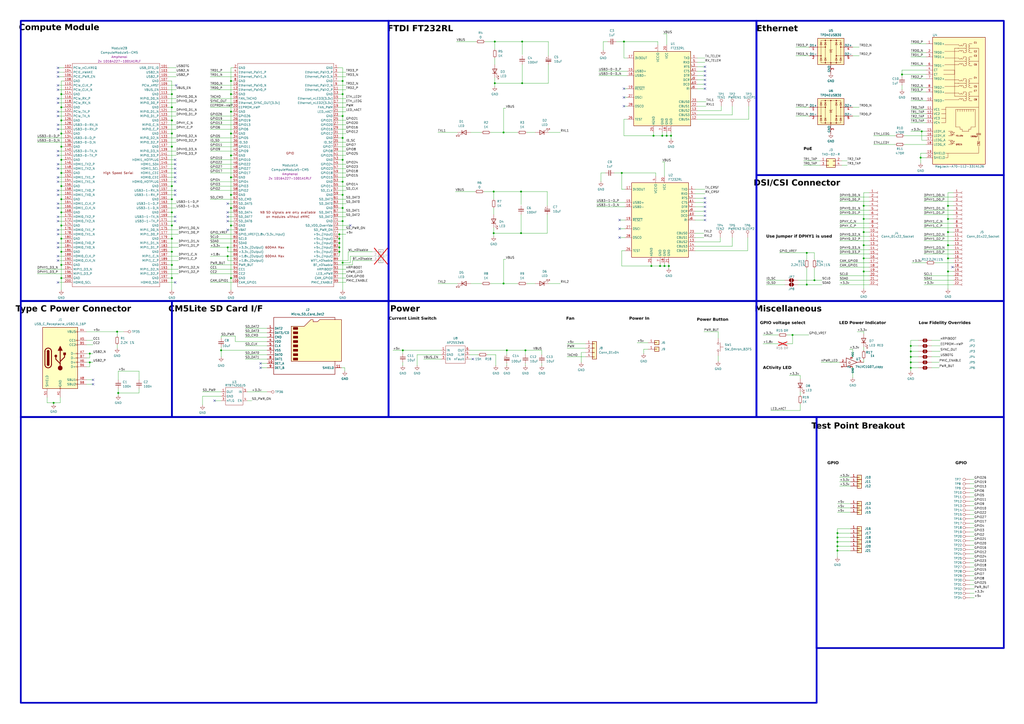
<source format=kicad_sch>
(kicad_sch (version 20231120) (generator "eeschema") (generator_version "8.0")
  (paper "A2")
  (junction (at 198.755 80.01))
  (junction (at 467.995 146.685))
  (junction (at 549.91 157.48))
  (junction (at 99.695 138.43))
  (junction (at 528.32 213.36))
  (junction (at 198.755 128.27))
  (junction (at 35.56 138.43))
  (junction (at 133.985 161.29))
  (junction (at 35.56 62.23))
  (junction (at 302.26 135.255))
  (junction (at 384.175 78.74))
  (junction (at 35.56 69.85))
  (junction (at 501.015 134.62))
  (junction (at 35.56 146.05))
  (junction (at 287.02 48.26))
  (junction (at 31.115 233.68))
  (junction (at 528.32 200.66))
  (junction (at 534.035 91.44))
  (junction (at 35.56 85.09))
  (junction (at 377.825 154.305))
  (junction (at 387.985 154.305))
  (junction (at 292.1 164.465))
  (junction (at 35.56 130.81))
  (junction (at 99.695 153.67))
  (junction (at 35.56 100.33))
  (junction (at 133.985 77.47))
  (junction (at 198.755 54.61))
  (junction (at 198.755 105.41))
  (junction (at 382.905 154.305))
  (junction (at 485.775 316.865))
  (junction (at 534.67 76.2))
  (junction (at 99.695 77.47))
  (junction (at 485.775 319.405))
  (junction (at 68.58 227.965))
  (junction (at 99.695 54.61))
  (junction (at 128.27 203.2))
  (junction (at 133.985 64.77))
  (junction (at 196.85 135.89))
  (junction (at 196.85 143.51))
  (junction (at 386.715 78.74))
  (junction (at 528.32 207.01))
  (junction (at 501.015 119.38))
  (junction (at 523.24 43.18))
  (junction (at 132.08 143.51))
  (junction (at 133.985 102.87))
  (junction (at 528.32 210.185))
  (junction (at 198.755 120.65))
  (junction (at 233.68 203.2))
  (junction (at 360.68 100.33))
  (junction (at 485.775 311.785))
  (junction (at 52.07 210.185))
  (junction (at 35.56 54.61))
  (junction (at 133.985 113.03))
  (junction (at 198.755 152.4))
  (junction (at 501.015 149.86))
  (junction (at 99.695 115.57))
  (junction (at 361.95 24.13))
  (junction (at 302.895 24.13))
  (junction (at 485.775 309.245))
  (junction (at 99.695 123.19))
  (junction (at 99.695 107.95))
  (junction (at 133.985 90.17))
  (junction (at 133.985 130.81))
  (junction (at 52.07 205.105))
  (junction (at 67.945 192.405))
  (junction (at 35.56 161.29))
  (junction (at 472.44 162.56))
  (junction (at 35.56 123.19))
  (junction (at 196.85 146.05))
  (junction (at 35.56 107.95))
  (junction (at 198.755 92.71))
  (junction (at 459.74 194.31))
  (junction (at 528.32 203.835))
  (junction (at 99.695 146.05))
  (junction (at 379.095 78.74))
  (junction (at 35.56 115.57))
  (junction (at 385.445 154.305))
  (junction (at 389.255 78.74))
  (junction (at 549.91 119.38))
  (junction (at 35.56 77.47))
  (junction (at 286.385 135.255))
  (junction (at 99.695 62.23))
  (junction (at 99.695 85.09))
  (junction (at 99.695 130.81))
  (junction (at 35.56 92.71))
  (junction (at 198.755 67.31))
  (junction (at 549.91 142.24))
  (junction (at 133.985 46.99))
  (junction (at 302.26 111.125))
  (junction (at 549.91 149.86))
  (junction (at 133.985 54.61))
  (junction (at 467.995 165.1))
  (junction (at 549.91 127))
  (junction (at 99.695 161.29))
  (junction (at 294.005 203.2))
  (junction (at 304.8 203.2))
  (junction (at 133.985 120.65))
  (junction (at 99.695 69.85))
  (junction (at 196.85 140.97))
  (junction (at 501.015 127))
  (junction (at 501.015 157.48))
  (junction (at 549.91 134.62))
  (junction (at 198.755 46.99))
  (junction (at 286.385 111.125))
  (junction (at 132.08 148.59))
  (junction (at 501.015 142.24))
  (junction (at 292.1 76.835))
  (junction (at 196.85 138.43))
  (junction (at 485.775 314.325))
  (junction (at 198.755 113.03))
  (junction (at 35.56 153.67))
  (junction (at 287.02 24.13))
  (junction (at 302.895 48.26))
  (no_connect (at 33.655 125.73))
  (no_connect (at 33.655 64.77))
  (no_connect (at 101.6 102.87))
  (no_connect (at 203.2 130.81))
  (no_connect (at 33.655 49.53))
  (no_connect (at 101.6 113.03))
  (no_connect (at 132.08 133.35))
  (no_connect (at 33.655 67.31))
  (no_connect (at 33.655 57.15))
  (no_connect (at 33.655 110.49))
  (no_connect (at 102.235 49.53))
  (no_connect (at 361.95 61.595))
  (no_connect (at 33.655 72.39))
  (no_connect (at 408.94 48.895))
  (no_connect (at 33.655 39.37))
  (no_connect (at 33.655 113.03))
  (no_connect (at 101.6 100.33))
  (no_connect (at 408.94 46.355))
  (no_connect (at 361.95 51.435))
  (no_connect (at 151.13 213.36))
  (no_connect (at 408.94 120.015))
  (no_connect (at 132.08 128.27))
  (no_connect (at 33.655 148.59))
  (no_connect (at 53.975 222.885))
  (no_connect (at 552.45 154.94))
  (no_connect (at 101.6 95.25))
  (no_connect (at 132.08 125.73))
  (no_connect (at 408.94 51.435))
  (no_connect (at 33.655 41.91))
  (no_connect (at 359.41 132.715))
  (no_connect (at 101.6 110.49))
  (no_connect (at 33.655 97.79))
  (no_connect (at 33.655 128.27))
  (no_connect (at 408.94 43.815))
  (no_connect (at 151.13 210.82))
  (no_connect (at 33.655 163.83))
  (no_connect (at 408.94 38.735))
  (no_connect (at 408.94 114.935))
  (no_connect (at 101.6 125.73))
  (no_connect (at 33.655 151.13))
  (no_connect (at 53.975 220.345))
  (no_connect (at 274.32 208.28))
  (no_connect (at 33.655 135.89))
  (no_connect (at 33.655 133.35))
  (no_connect (at 33.655 95.25))
  (no_connect (at 132.08 118.11))
  (no_connect (at 101.6 97.79))
  (no_connect (at 33.655 102.87))
  (no_connect (at 33.655 52.07))
  (no_connect (at 33.655 105.41))
  (no_connect (at 359.41 137.795))
  (no_connect (at 33.655 59.69))
  (no_connect (at 408.94 117.475))
  (no_connect (at 361.95 56.515))
  (no_connect (at 33.655 87.63))
  (no_connect (at 33.655 120.65))
  (no_connect (at 132.08 123.19))
  (no_connect (at 408.94 125.095))
  (no_connect (at 33.655 74.93))
  (no_connect (at 101.6 163.83))
  (no_connect (at 408.94 41.275))
  (no_connect (at 33.655 143.51))
  (no_connect (at 359.41 127.635))
  (no_connect (at 33.655 44.45))
  (no_connect (at 124.46 232.41))
  (no_connect (at 33.655 118.11))
  (no_connect (at 33.655 90.17))
  (no_connect (at 101.6 92.71))
  (no_connect (at 33.655 140.97))
  (no_connect (at 408.94 122.555))
  (no_connect (at 408.94 127.635))
  (no_connect (at 101.6 105.41))
  (no_connect (at 101.6 128.27))
  (wire (pts (xy 501.015 192.405) (xy 497.205 192.405)))
  (wire (pts (xy 198.755 39.37) (xy 198.755 46.99)))
  (wire (pts (xy 416.56 192.405) (xy 408.305 192.405)))
  (wire (pts (xy 456.565 199.39) (xy 459.74 199.39)))
  (wire (pts (xy 534.035 91.44) (xy 537.21 91.44)))
  (wire (pts (xy 403.225 142.875) (xy 424.815 142.875)))
  (wire (pts (xy 99.695 161.29) (xy 97.79 161.29)))
  (wire (pts (xy 404.495 61.595) (xy 409.575 61.595)))
  (wire (pts (xy 472.44 150.495) (xy 472.44 146.685)))
  (wire (pts (xy 99.695 138.43) (xy 99.695 146.05)))
  (wire (pts (xy 135.255 64.77) (xy 133.985 64.77)))
  (wire (pts (xy 379.095 76.835) (xy 379.095 78.74)))
  (wire (pts (xy 485.775 314.325) (xy 485.775 316.865)))
  (wire (pts (xy 35.56 92.71) (xy 35.56 100.33)))
  (wire (pts (xy 317.5 124.46) (xy 317.5 135.255)))
  (wire (pts (xy 456.565 194.31) (xy 459.74 194.31)))
  (wire (pts (xy 540.385 200.66) (xy 545.465 200.66)))
  (wire (pts (xy 504.19 142.24) (xy 501.015 142.24)))
  (wire (pts (xy 97.79 128.27) (xy 101.6 128.27)))
  (wire (pts (xy 121.92 135.89) (xy 135.255 135.89)))
  (wire (pts (xy 487.045 276.86) (xy 493.395 276.86)))
  (wire (pts (xy 196.215 62.23) (xy 200.66 62.23)))
  (wire (pts (xy 528.32 66.04) (xy 537.21 66.04)))
  (wire (pts (xy 36.83 54.61) (xy 35.56 54.61)))
  (wire (pts (xy 535.94 121.92) (xy 553.085 121.92)))
  (wire (pts (xy 537.21 40.64) (xy 523.24 40.64)))
  (wire (pts (xy 133.985 64.77) (xy 133.985 77.47)))
  (wire (pts (xy 487.045 162.56) (xy 504.19 162.56)))
  (wire (pts (xy 487.045 132.08) (xy 504.19 132.08)))
  (wire (pts (xy 33.655 143.51) (xy 36.83 143.51)))
  (wire (pts (xy 487.045 152.4) (xy 504.19 152.4)))
  (wire (pts (xy 245.745 208.28) (xy 255.905 208.28)))
  (wire (pts (xy 359.41 137.795) (xy 362.585 137.795)))
  (wire (pts (xy 142.24 205.74) (xy 154.94 205.74)))
  (wire (pts (xy 540.385 207.01) (xy 545.465 207.01)))
  (wire (pts (xy 361.95 56.515) (xy 363.855 56.515)))
  (wire (pts (xy 97.79 113.03) (xy 101.6 113.03)))
  (wire (pts (xy 562.61 339.09) (xy 565.15 339.09)))
  (wire (pts (xy 501.015 111.76) (xy 501.015 119.38)))
  (wire (pts (xy 97.79 125.73) (xy 101.6 125.73)))
  (wire (pts (xy 196.215 143.51) (xy 196.85 143.51)))
  (wire (pts (xy 99.695 46.99) (xy 99.695 54.61)))
  (wire (pts (xy 361.95 24.13) (xy 361.95 33.655)))
  (wire (pts (xy 562.61 328.93) (xy 565.15 328.93)))
  (wire (pts (xy 201.93 151.13) (xy 201.93 146.05)))
  (wire (pts (xy 196.215 64.77) (xy 200.66 64.77)))
  (wire (pts (xy 36.83 77.47) (xy 35.56 77.47)))
  (wire (pts (xy 461.645 27.305) (xy 469.265 27.305)))
  (wire (pts (xy 528.32 207.01) (xy 532.765 207.01)))
  (wire (pts (xy 416.56 196.215) (xy 416.56 192.405)))
  (wire (pts (xy 136.525 198.12) (xy 154.94 198.12)))
  (wire (pts (xy 302.895 37.465) (xy 302.895 48.26)))
  (wire (pts (xy 196.85 148.59) (xy 196.85 146.05)))
  (wire (pts (xy 348.615 100.33) (xy 351.155 100.33)))
  (wire (pts (xy 97.79 146.05) (xy 99.695 146.05)))
  (wire (pts (xy 196.215 153.67) (xy 204.47 153.67)))
  (wire (pts (xy 196.215 100.33) (xy 200.66 100.33)))
  (wire (pts (xy 99.695 77.47) (xy 99.695 85.09)))
  (wire (pts (xy 35.56 107.95) (xy 35.56 115.57)))
  (wire (pts (xy 359.41 127.635) (xy 362.585 127.635)))
  (wire (pts (xy 97.79 151.13) (xy 103.505 151.13)))
  (wire (pts (xy 121.92 87.63) (xy 135.255 87.63)))
  (wire (pts (xy 385.445 153.035) (xy 385.445 154.305)))
  (wire (pts (xy 487.045 160.02) (xy 504.19 160.02)))
  (wire (pts (xy 36.83 62.23) (xy 35.56 62.23)))
  (wire (pts (xy 485.775 297.18) (xy 493.395 297.18)))
  (wire (pts (xy 461.645 62.23) (xy 469.265 62.23)))
  (wire (pts (xy 132.08 143.51) (xy 135.255 143.51)))
  (wire (pts (xy 52.07 210.185) (xy 53.975 210.185)))
  (wire (pts (xy 33.655 133.35) (xy 36.83 133.35)))
  (wire (pts (xy 121.92 115.57) (xy 135.255 115.57)))
  (wire (pts (xy 97.79 123.19) (xy 99.695 123.19)))
  (wire (pts (xy 359.41 132.715) (xy 362.585 132.715)))
  (wire (pts (xy 467.995 146.685) (xy 452.12 146.685)))
  (wire (pts (xy 196.215 130.81) (xy 203.2 130.81)))
  (wire (pts (xy 487.045 147.32) (xy 504.19 147.32)))
  (wire (pts (xy 487.045 121.92) (xy 504.19 121.92)))
  (wire (pts (xy 36.83 146.05) (xy 35.56 146.05)))
  (wire (pts (xy 504.19 127) (xy 501.015 127)))
  (wire (pts (xy 121.92 82.55) (xy 135.255 82.55)))
  (wire (pts (xy 33.655 64.77) (xy 36.83 64.77)))
  (wire (pts (xy 97.79 115.57) (xy 99.695 115.57)))
  (wire (pts (xy 97.79 41.91) (xy 102.235 41.91)))
  (wire (pts (xy 487.045 279.4) (xy 493.395 279.4)))
  (wire (pts (xy 462.915 162.56) (xy 472.44 162.56)))
  (wire (pts (xy 528.32 210.185) (xy 528.32 213.36)))
  (wire (pts (xy 386.715 19.685) (xy 384.81 19.685)))
  (wire (pts (xy 97.79 153.67) (xy 99.695 153.67)))
  (wire (pts (xy 535.94 116.84) (xy 553.085 116.84)))
  (wire (pts (xy 552.45 154.94) (xy 553.085 154.94)))
  (wire (pts (xy 241.935 205.74) (xy 241.935 212.09)))
  (wire (pts (xy 99.695 130.81) (xy 99.695 138.43)))
  (wire (pts (xy 287.02 28.575) (xy 287.02 24.13)))
  (wire (pts (xy 294.005 203.2) (xy 304.8 203.2)))
  (wire (pts (xy 35.56 115.57) (xy 35.56 123.19)))
  (wire (pts (xy 36.83 138.43) (xy 35.56 138.43)))
  (wire (pts (xy 404.495 38.735) (xy 408.94 38.735)))
  (wire (pts (xy 33.655 97.79) (xy 36.83 97.79)))
  (wire (pts (xy 562.61 318.77) (xy 565.15 318.77)))
  (wire (pts (xy 494.665 212.725) (xy 494.665 219.075)))
  (wire (pts (xy 36.83 161.29) (xy 35.56 161.29)))
  (wire (pts (xy 36.83 100.33) (xy 35.56 100.33)))
  (wire (pts (xy 33.655 120.65) (xy 36.83 120.65)))
  (wire (pts (xy 534.035 94.615) (xy 534.035 91.44)))
  (wire (pts (xy 121.92 67.31) (xy 135.255 67.31)))
  (wire (pts (xy 50.165 210.185) (xy 52.07 210.185)))
  (wire (pts (xy 562.61 326.39) (xy 565.15 326.39)))
  (wire (pts (xy 128.27 201.295) (xy 128.27 203.2)))
  (wire (pts (xy 528.32 33.02) (xy 537.21 33.02)))
  (wire (pts (xy 284.48 76.835) (xy 292.1 76.835)))
  (wire (pts (xy 33.655 128.27) (xy 36.83 128.27)))
  (wire (pts (xy 35.56 62.23) (xy 35.56 69.85)))
  (wire (pts (xy 562.61 285.75) (xy 565.15 285.75)))
  (wire (pts (xy 549.91 134.62) (xy 549.91 142.24)))
  (wire (pts (xy 404.495 33.655) (xy 408.94 33.655)))
  (wire (pts (xy 135.255 146.05) (xy 132.08 146.05)))
  (wire (pts (xy 381.635 24.13) (xy 361.95 24.13)))
  (wire (pts (xy 35.56 69.85) (xy 35.56 77.47)))
  (wire (pts (xy 528.32 207.01) (xy 528.32 210.185)))
  (wire (pts (xy 417.83 140.335) (xy 403.225 140.335)))
  (wire (pts (xy 52.07 207.645) (xy 52.07 205.105)))
  (wire (pts (xy 501.015 149.86) (xy 501.015 157.48)))
  (wire (pts (xy 528.32 50.8) (xy 537.21 50.8)))
  (wire (pts (xy 292.1 164.465) (xy 300.355 164.465)))
  (wire (pts (xy 97.79 156.21) (xy 103.505 156.21)))
  (wire (pts (xy 33.655 74.93) (xy 36.83 74.93)))
  (wire (pts (xy 121.92 80.01) (xy 135.255 80.01)))
  (wire (pts (xy 97.79 148.59) (xy 103.505 148.59)))
  (wire (pts (xy 562.61 341.63) (xy 565.15 341.63)))
  (wire (pts (xy 523.24 43.18) (xy 523.24 44.45)))
  (wire (pts (xy 528.32 200.66) (xy 528.32 197.485)))
  (wire (pts (xy 553.085 142.24) (xy 549.91 142.24)))
  (wire (pts (xy 97.79 120.65) (xy 102.235 120.65)))
  (wire (pts (xy 196.215 87.63) (xy 200.66 87.63)))
  (wire (pts (xy 97.79 158.75) (xy 103.505 158.75)))
  (wire (pts (xy 97.79 95.25) (xy 101.6 95.25)))
  (wire (pts (xy 196.215 163.83) (xy 200.66 163.83)))
  (wire (pts (xy 67.945 192.405) (xy 71.755 192.405)))
  (wire (pts (xy 380.365 100.33) (xy 360.68 100.33)))
  (wire (pts (xy 97.79 143.51) (xy 103.505 143.51)))
  (wire (pts (xy 528.32 68.58) (xy 537.21 68.58)))
  (wire (pts (xy 97.79 90.17) (xy 102.235 90.17)))
  (wire (pts (xy 487.045 165.1) (xy 504.19 165.1)))
  (wire (pts (xy 403.225 135.255) (xy 408.305 135.255)))
  (wire (pts (xy 472.44 155.575) (xy 472.44 162.56)))
  (wire (pts (xy 385.445 102.235) (xy 385.445 93.98)))
  (wire (pts (xy 286.385 132.08) (xy 286.385 135.255)))
  (wire (pts (xy 317.5 119.38) (xy 317.5 111.125)))
  (wire (pts (xy 434.34 61.595) (xy 434.34 69.215)))
  (wire (pts (xy 404.495 41.275) (xy 408.94 41.275)))
  (wire (pts (xy 151.13 210.82) (xy 154.94 210.82)))
  (wire (pts (xy 476.25 210.185) (xy 487.045 210.185)))
  (wire (pts (xy 380.365 102.235) (xy 380.365 100.33)))
  (wire (pts (xy 27.305 233.68) (xy 31.115 233.68)))
  (wire (pts (xy 50.165 207.645) (xy 52.07 207.645)))
  (wire (pts (xy 36.83 69.85) (xy 35.56 69.85)))
  (wire (pts (xy 386.715 78.74) (xy 389.255 78.74)))
  (wire (pts (xy 464.185 238.125) (xy 447.04 238.125)))
  (wire (pts (xy 142.24 200.66) (xy 154.94 200.66)))
  (wire (pts (xy 487.045 137.16) (xy 504.19 137.16)))
  (wire (pts (xy 272.415 203.2) (xy 294.005 203.2)))
  (wire (pts (xy 523.24 49.53) (xy 523.24 52.07)))
  (wire (pts (xy 196.215 105.41) (xy 198.755 105.41)))
  (wire (pts (xy 504.19 111.76) (xy 501.015 111.76)))
  (wire (pts (xy 97.79 69.85) (xy 99.695 69.85)))
  (wire (pts (xy 403.225 127.635) (xy 408.94 127.635)))
  (wire (pts (xy 387.985 154.305) (xy 387.985 155.575)))
  (wire (pts (xy 99.695 123.19) (xy 99.695 130.81)))
  (wire (pts (xy 198.755 113.03) (xy 198.755 120.65)))
  (wire (pts (xy 317.5 135.255) (xy 302.26 135.255)))
  (wire (pts (xy 386.715 26.035) (xy 386.715 19.685)))
  (wire (pts (xy 540.385 197.485) (xy 545.465 197.485)))
  (wire (pts (xy 133.985 161.29) (xy 133.985 168.275)))
  (wire (pts (xy 33.655 44.45) (xy 36.83 44.45)))
  (wire (pts (xy 97.79 100.33) (xy 101.6 100.33)))
  (wire (pts (xy 535.94 147.32) (xy 553.085 147.32)))
  (wire (pts (xy 293.37 62.865) (xy 292.1 62.865)))
  (wire (pts (xy 36.83 153.67) (xy 35.56 153.67)))
  (wire (pts (xy 528.32 30.48) (xy 537.21 30.48)))
  (wire (pts (xy 418.465 64.135) (xy 404.495 64.135)))
  (wire (pts (xy 504.19 134.62) (xy 501.015 134.62)))
  (wire (pts (xy 562.61 306.07) (xy 565.15 306.07)))
  (wire (pts (xy 200.025 213.36) (xy 200.025 215.265)))
  (wire (pts (xy 417.83 137.795) (xy 417.83 140.335)))
  (wire (pts (xy 97.79 72.39) (xy 102.235 72.39)))
  (wire (pts (xy 339.725 204.47) (xy 337.185 204.47)))
  (wire (pts (xy 286.385 115.57) (xy 286.385 111.125)))
  (wire (pts (xy 203.2 152.4) (xy 198.755 152.4)))
  (wire (pts (xy 33.655 163.83) (xy 36.83 163.83)))
  (wire (pts (xy 135.255 39.37) (xy 133.985 39.37)))
  (wire (pts (xy 302.26 118.745) (xy 302.26 111.125)))
  (wire (pts (xy 462.915 165.1) (xy 467.995 165.1)))
  (wire (pts (xy 33.655 105.41) (xy 36.83 105.41)))
  (wire (pts (xy 143.51 232.41) (xy 146.05 232.41)))
  (wire (pts (xy 318.135 32.385) (xy 318.135 24.13)))
  (wire (pts (xy 363.855 69.215) (xy 361.95 69.215)))
  (wire (pts (xy 198.12 213.36) (xy 200.025 213.36)))
  (wire (pts (xy 142.24 195.58) (xy 154.94 195.58)))
  (wire (pts (xy 52.07 212.725) (xy 52.07 210.185)))
  (wire (pts (xy 286.385 137.16) (xy 286.385 135.255)))
  (wire (pts (xy 287.02 45.085) (xy 287.02 48.26)))
  (wire (pts (xy 196.215 80.01) (xy 198.755 80.01)))
  (wire (pts (xy 135.255 102.87) (xy 133.985 102.87)))
  (wire (pts (xy 121.92 72.39) (xy 135.255 72.39)))
  (wire (pts (xy 553.085 134.62) (xy 549.91 134.62)))
  (wire (pts (xy 549.91 111.76) (xy 549.91 119.38)))
  (wire (pts (xy 528.32 213.36) (xy 528.32 215.265)))
  (wire (pts (xy 404.495 69.215) (xy 434.34 69.215)))
  (wire (pts (xy 33.655 57.15) (xy 36.83 57.15)))
  (wire (pts (xy 196.215 67.31) (xy 198.755 67.31)))
  (wire (pts (xy 424.815 66.675) (xy 424.815 61.595)))
  (wire (pts (xy 542.29 152.4) (xy 553.085 152.4)))
  (wire (pts (xy 461.645 32.385) (xy 469.265 32.385)))
  (wire (pts (xy 360.68 100.33) (xy 360.68 109.855)))
  (wire (pts (xy 135.255 46.99) (xy 133.985 46.99)))
  (wire (pts (xy 349.885 24.13) (xy 352.425 24.13)))
  (wire (pts (xy 133.985 120.65) (xy 133.985 130.81)))
  (wire (pts (xy 233.68 203.2) (xy 233.68 205.105)))
  (wire (pts (xy 35.56 123.19) (xy 35.56 130.81)))
  (wire (pts (xy 132.08 133.35) (xy 135.255 133.35)))
  (wire (pts (xy 121.92 138.43) (xy 135.255 138.43)))
  (wire (pts (xy 196.215 120.65) (xy 198.755 120.65)))
  (wire (pts (xy 196.215 123.19) (xy 200.66 123.19)))
  (wire (pts (xy 562.61 316.23) (xy 565.15 316.23)))
  (wire (pts (xy 501.015 157.48) (xy 504.19 157.48)))
  (wire (pts (xy 97.79 62.23) (xy 99.695 62.23)))
  (wire (pts (xy 121.92 44.45) (xy 135.255 44.45)))
  (wire (pts (xy 418.465 61.595) (xy 418.465 64.135)))
  (wire (pts (xy 121.92 57.15) (xy 135.255 57.15)))
  (wire (pts (xy 136.525 194.945) (xy 136.525 198.12)))
  (wire (pts (xy 562.61 321.31) (xy 565.15 321.31)))
  (wire (pts (xy 347.345 43.815) (xy 363.855 43.815)))
  (wire (pts (xy 562.61 293.37) (xy 565.15 293.37)))
  (wire (pts (xy 403.225 125.095) (xy 408.94 125.095)))
  (wire (pts (xy 135.255 130.81) (xy 133.985 130.81)))
  (wire (pts (xy 201.93 146.05) (xy 215.9 146.05)))
  (wire (pts (xy 535.94 160.02) (xy 553.085 160.02)))
  (wire (pts (xy 381.635 26.035) (xy 381.635 24.13)))
  (wire (pts (xy 549.91 149.86) (xy 549.91 157.48)))
  (wire (pts (xy 196.215 107.95) (xy 200.66 107.95)))
  (wire (pts (xy 97.79 74.93) (xy 102.235 74.93)))
  (wire (pts (xy 562.61 336.55) (xy 565.15 336.55)))
  (wire (pts (xy 562.61 346.71) (xy 565.15 346.71)))
  (wire (pts (xy 302.26 124.46) (xy 302.26 135.255)))
  (wire (pts (xy 80.645 225.425) (xy 80.645 227.965)))
  (wire (pts (xy 121.92 100.33) (xy 135.255 100.33)))
  (wire (pts (xy 196.215 151.13) (xy 201.93 151.13)))
  (wire (pts (xy 33.655 67.31) (xy 36.83 67.31)))
  (wire (pts (xy 196.215 74.93) (xy 200.66 74.93)))
  (wire (pts (xy 403.225 114.935) (xy 408.94 114.935)))
  (wire (pts (xy 385.445 93.98) (xy 384.175 93.98)))
  (wire (pts (xy 97.79 138.43) (xy 99.695 138.43)))
  (wire (pts (xy 97.79 77.47) (xy 99.695 77.47)))
  (wire (pts (xy 485.775 323.215) (xy 485.775 319.405)))
  (wire (pts (xy 196.215 138.43) (xy 196.85 138.43)))
  (wire (pts (xy 35.56 77.47) (xy 35.56 85.09)))
  (wire (pts (xy 534.035 88.9) (xy 537.21 88.9)))
  (wire (pts (xy 121.92 97.79) (xy 135.255 97.79)))
  (wire (pts (xy 528.32 203.835) (xy 528.32 207.01)))
  (wire (pts (xy 562.61 298.45) (xy 565.15 298.45)))
  (wire (pts (xy 33.655 72.39) (xy 36.83 72.39)))
  (wire (pts (xy 286.385 120.65) (xy 286.385 124.46)))
  (wire (pts (xy 403.225 120.015) (xy 408.94 120.015)))
  (wire (pts (xy 97.79 102.87) (xy 101.6 102.87)))
  (wire (pts (xy 135.255 151.13) (xy 132.08 151.13)))
  (wire (pts (xy 464.185 217.805) (xy 464.185 219.71)))
  (wire (pts (xy 97.79 92.71) (xy 101.6 92.71)))
  (wire (pts (xy 97.79 82.55) (xy 102.235 82.55)))
  (wire (pts (xy 493.395 309.245) (xy 485.775 309.245)))
  (wire (pts (xy 198.755 128.27) (xy 196.215 128.27)))
  (wire (pts (xy 35.56 54.61) (xy 35.56 62.23)))
  (wire (pts (xy 535.94 162.56) (xy 553.085 162.56)))
  (wire (pts (xy 472.44 162.56) (xy 476.885 162.56)))
  (wire (pts (xy 151.13 213.36) (xy 154.94 213.36)))
  (wire (pts (xy 135.255 77.47) (xy 133.985 77.47)))
  (wire (pts (xy 121.92 62.23) (xy 135.255 62.23)))
  (wire (pts (xy 361.95 69.215) (xy 361.95 78.74)))
  (wire (pts (xy 68.58 215.265) (xy 80.645 215.265)))
  (wire (pts (xy 99.695 146.05) (xy 99.695 153.67)))
  (wire (pts (xy 494.665 27.305) (xy 498.475 27.305)))
  (wire (pts (xy 466.09 93.345) (xy 475.615 93.345)))
  (wire (pts (xy 132.08 118.11) (xy 135.255 118.11)))
  (wire (pts (xy 524.51 83.82) (xy 537.21 83.82)))
  (wire (pts (xy 254 164.465) (xy 265.43 164.465)))
  (wire (pts (xy 528.32 210.185) (xy 532.765 210.185)))
  (wire (pts (xy 196.85 140.97) (xy 196.85 138.43)))
  (wire (pts (xy 97.79 118.11) (xy 102.235 118.11)))
  (wire (pts (xy 287.02 50.165) (xy 287.02 48.26)))
  (wire (pts (xy 293.37 150.495) (xy 292.1 150.495)))
  (wire (pts (xy 21.59 158.75) (xy 36.83 158.75)))
  (wire (pts (xy 302.895 24.13) (xy 318.135 24.13)))
  (wire (pts (xy 80.645 220.345) (xy 80.645 215.265)))
  (wire (pts (xy 424.815 142.875) (xy 424.815 137.795)))
  (wire (pts (xy 203.2 148.59) (xy 203.2 152.4)))
  (wire (pts (xy 286.385 111.125) (xy 280.67 111.125)))
  (wire (pts (xy 328.93 207.01) (xy 339.725 207.01)))
  (wire (pts (xy 528.32 71.12) (xy 537.21 71.12)))
  (wire (pts (xy 528.32 63.5) (xy 537.21 63.5)))
  (wire (pts (xy 97.79 39.37) (xy 102.235 39.37)))
  (wire (pts (xy 133.985 77.47) (xy 133.985 90.17)))
  (wire (pts (xy 485.775 292.1) (xy 493.395 292.1)))
  (wire (pts (xy 535.94 137.16) (xy 553.085 137.16)))
  (wire (pts (xy 318.135 37.465) (xy 318.135 48.26)))
  (wire (pts (xy 50.165 212.725) (xy 52.07 212.725)))
  (wire (pts (xy 121.92 69.85) (xy 135.255 69.85)))
  (wire (pts (xy 528.955 152.4) (xy 537.21 152.4)))
  (wire (pts (xy 135.255 120.65) (xy 133.985 120.65)))
  (wire (pts (xy 553.085 127) (xy 549.91 127)))
  (wire (pts (xy 403.225 122.555) (xy 408.94 122.555)))
  (wire (pts (xy 68.58 220.345) (xy 68.58 215.265)))
  (wire (pts (xy 553.085 157.48) (xy 549.91 157.48)))
  (wire (pts (xy 494.665 62.23) (xy 498.475 62.23)))
  (wire (pts (xy 487.045 154.94) (xy 504.19 154.94)))
  (wire (pts (xy 128.27 203.2) (xy 154.94 203.2)))
  (wire (pts (xy 385.445 154.305) (xy 387.985 154.305)))
  (wire (pts (xy 198.755 67.31) (xy 198.755 80.01)))
  (wire (pts (xy 33.655 90.17) (xy 36.83 90.17)))
  (wire (pts (xy 403.225 137.795) (xy 408.305 137.795)))
  (wire (pts (xy 284.48 164.465) (xy 292.1 164.465)))
  (wire (pts (xy 349.885 29.21) (xy 349.885 24.13)))
  (wire (pts (xy 494.665 67.31) (xy 498.475 67.31)))
  (wire (pts (xy 121.92 110.49) (xy 135.255 110.49)))
  (wire (pts (xy 403.225 117.475) (xy 408.94 117.475)))
  (wire (pts (xy 356.235 100.33) (xy 360.68 100.33)))
  (wire (pts (xy 121.92 41.91) (xy 135.255 41.91)))
  (wire (pts (xy 50.165 192.405) (xy 67.945 192.405)))
  (wire (pts (xy 361.95 78.74) (xy 379.095 78.74)))
  (wire (pts (xy 282.575 205.74) (xy 287.655 205.74)))
  (wire (pts (xy 292.1 62.865) (xy 292.1 76.835)))
  (wire (pts (xy 488.315 95.885) (xy 491.49 95.885)))
  (wire (pts (xy 97.79 64.77) (xy 102.235 64.77)))
  (wire (pts (xy 33.655 39.37) (xy 36.83 39.37)))
  (wire (pts (xy 27.305 230.505) (xy 27.305 233.68)))
  (wire (pts (xy 377.825 153.035) (xy 377.825 154.305)))
  (wire (pts (xy 97.79 140.97) (xy 103.505 140.97)))
  (wire (pts (xy 99.695 153.67) (xy 99.695 161.29)))
  (wire (pts (xy 540.385 213.36) (xy 544.83 213.36)))
  (wire (pts (xy 97.79 85.09) (xy 99.695 85.09)))
  (wire (pts (xy 36.83 107.95) (xy 35.56 107.95)))
  (wire (pts (xy 504.19 119.38) (xy 501.015 119.38)))
  (wire (pts (xy 198.755 54.61) (xy 198.755 67.31)))
  (wire (pts (xy 403.225 112.395) (xy 408.94 112.395)))
  (wire (pts (xy 382.905 153.035) (xy 382.905 154.305)))
  (wire (pts (xy 68.58 225.425) (xy 68.58 227.965)))
  (wire (pts (xy 487.045 281.94) (xy 493.395 281.94)))
  (wire (pts (xy 488.315 93.345) (xy 491.49 93.345)))
  (wire (pts (xy 459.74 194.31) (xy 469.265 194.31)))
  (wire (pts (xy 97.79 130.81) (xy 99.695 130.81)))
  (wire (pts (xy 198.755 105.41) (xy 198.755 113.03)))
  (wire (pts (xy 318.135 76.835) (xy 325.12 76.835)))
  (wire (pts (xy 36.83 115.57) (xy 35.56 115.57)))
  (wire (pts (xy 501.015 208.28) (xy 501.015 210.185)))
  (wire (pts (xy 99.695 62.23) (xy 99.695 69.85)))
  (wire (pts (xy 196.85 135.89) (xy 200.66 135.89)))
  (wire (pts (xy 196.215 146.05) (xy 196.85 146.05)))
  (wire (pts (xy 523.24 43.18) (xy 537.21 43.18)))
  (wire (pts (xy 33.655 140.97) (xy 36.83 140.97)))
  (wire (pts (xy 314.325 210.82) (xy 314.325 212.09)))
  (wire (pts (xy 272.415 205.74) (xy 277.495 205.74)))
  (wire (pts (xy 198.755 120.65) (xy 198.755 128.27)))
  (wire (pts (xy 196.215 135.89) (xy 196.85 135.89)))
  (wire (pts (xy 196.215 95.25) (xy 200.66 95.25)))
  (wire (pts (xy 549.91 157.48) (xy 549.91 167.64)))
  (wire (pts (xy 33.655 118.11) (xy 36.83 118.11)))
  (wire (pts (xy 501.015 201.295) (xy 501.015 203.2)))
  (wire (pts (xy 33.655 151.13) (xy 36.83 151.13)))
  (wire (pts (xy 347.345 41.275) (xy 363.855 41.275)))
  (wire (pts (xy 97.79 52.07) (xy 102.235 52.07)))
  (wire (pts (xy 403.225 145.415) (xy 433.705 145.415)))
  (wire (pts (xy 97.79 87.63) (xy 102.235 87.63)))
  (wire (pts (xy 535.94 114.3) (xy 553.085 114.3)))
  (wire (pts (xy 21.59 82.55) (xy 36.83 82.55)))
  (wire (pts (xy 196.215 97.79) (xy 200.66 97.79)))
  (wire (pts (xy 501.015 193.675) (xy 501.015 192.405)))
  (wire (pts (xy 135.255 54.61) (xy 133.985 54.61)))
  (wire (pts (xy 97.79 59.69) (xy 102.235 59.69)))
  (wire (pts (xy 302.895 48.26) (xy 287.02 48.26)))
  (wire (pts (xy 361.95 61.595) (xy 363.855 61.595)))
  (wire (pts (xy 328.93 201.93) (xy 339.725 201.93)))
  (wire (pts (xy 361.95 33.655) (xy 363.855 33.655)))
  (wire (pts (xy 97.79 133.35) (xy 103.505 133.35)))
  (wire (pts (xy 389.255 76.835) (xy 389.255 78.74)))
  (wire (pts (xy 196.215 140.97) (xy 196.85 140.97)))
  (wire (pts (xy 549.91 142.24) (xy 549.91 149.86)))
  (wire (pts (xy 523.24 40.64) (xy 523.24 43.18)))
  (wire (pts (xy 133.985 54.61) (xy 133.985 64.77)))
  (wire (pts (xy 198.755 152.4) (xy 198.755 168.275)))
  (wire (pts (xy 97.79 110.49) (xy 101.6 110.49)))
  (wire (pts (xy 524.51 78.74) (xy 537.21 78.74)))
  (wire (pts (xy 442.595 194.31) (xy 451.485 194.31)))
  (wire (pts (xy 33.655 125.73) (xy 36.83 125.73)))
  (wire (pts (xy 467.995 155.575) (xy 467.995 165.1)))
  (wire (pts (xy 273.05 76.835) (xy 279.4 76.835)))
  (wire (pts (xy 504.19 149.86) (xy 501.015 149.86)))
  (wire (pts (xy 133.985 39.37) (xy 133.985 46.99)))
  (wire (pts (xy 215.9 151.13) (xy 204.47 151.13)))
  (wire (pts (xy 36.83 85.09) (xy 35.56 85.09)))
  (wire (pts (xy 121.92 52.07) (xy 135.255 52.07)))
  (wire (pts (xy 97.79 46.99) (xy 99.695 46.99)))
  (wire (pts (xy 360.68 145.415) (xy 360.68 154.305)))
  (wire (pts (xy 493.395 306.705) (xy 485.775 306.705)))
  (wire (pts (xy 360.68 154.305) (xy 377.825 154.305)))
  (wire (pts (xy 196.215 125.73) (xy 200.66 125.73)))
  (wire (pts (xy 549.91 127) (xy 549.91 134.62)))
  (wire (pts (xy 198.755 46.99) (xy 198.755 54.61)))
  (wire (pts (xy 528.32 38.1) (xy 537.21 38.1)))
  (wire (pts (xy 444.5 165.1) (xy 455.295 165.1)))
  (wire (pts (xy 501.015 119.38) (xy 501.015 127)))
  (wire (pts (xy 487.045 114.3) (xy 504.19 114.3)))
  (wire (pts (xy 117.475 227.33) (xy 128.27 227.33)))
  (wire (pts (xy 121.92 85.09) (xy 135.255 85.09)))
  (wire (pts (xy 464.185 227.33) (xy 464.185 229.235)))
  (wire (pts (xy 494.665 32.385) (xy 498.475 32.385)))
  (wire (pts (xy 506.73 83.82) (xy 519.43 83.82)))
  (wire (pts (xy 346.075 120.015) (xy 362.585 120.015)))
  (wire (pts (xy 562.61 334.01) (xy 565.15 334.01)))
  (wire (pts (xy 535.94 139.7) (xy 553.085 139.7)))
  (wire (pts (xy 528.32 76.2) (xy 534.67 76.2)))
  (wire (pts (xy 135.255 113.03) (xy 133.985 113.03)))
  (wire (pts (xy 382.905 154.305) (xy 385.445 154.305)))
  (wire (pts (xy 302.895 31.75) (xy 302.895 24.13)))
  (wire (pts (xy 196.215 41.91) (xy 200.66 41.91)))
  (wire (pts (xy 142.24 190.5) (xy 154.94 190.5)))
  (wire (pts (xy 272.415 208.28) (xy 274.32 208.28)))
  (wire (pts (xy 562.61 313.69) (xy 565.15 313.69)))
  (wire (pts (xy 35.56 138.43) (xy 35.56 146.05)))
  (wire (pts (xy 537.21 81.28) (xy 534.67 81.28)))
  (wire (pts (xy 377.825 154.305) (xy 382.905 154.305)))
  (wire (pts (xy 485.775 316.865) (xy 485.775 319.405)))
  (wire (pts (xy 227.965 203.2) (xy 233.68 203.2)))
  (wire (pts (xy 562.61 303.53) (xy 565.15 303.53)))
  (wire (pts (xy 143.51 227.33) (xy 154.94 227.33)))
  (wire (pts (xy 67.945 192.405) (xy 67.945 194.945)))
  (wire (pts (xy 198.755 92.71) (xy 198.755 105.41)))
  (wire (pts (xy 124.46 232.41) (xy 128.27 232.41)))
  (wire (pts (xy 33.655 135.89) (xy 36.83 135.89)))
  (wire (pts (xy 373.38 205.105) (xy 373.38 202.565)))
  (wire (pts (xy 562.61 290.83) (xy 565.15 290.83)))
  (wire (pts (xy 121.92 49.53) (xy 135.255 49.53)))
  (wire (pts (xy 50.165 200.025) (xy 53.975 200.025)))
  (wire (pts (xy 562.61 311.15) (xy 565.15 311.15)))
  (wire (pts (xy 121.92 95.25) (xy 135.255 95.25)))
  (wire (pts (xy 97.79 44.45) (xy 102.235 44.45)))
  (wire (pts (xy 535.94 165.1) (xy 553.085 165.1)))
  (wire (pts (xy 501.015 127) (xy 501.015 134.62)))
  (wire (pts (xy 35.56 46.99) (xy 35.56 54.61)))
  (wire (pts (xy 97.79 54.61) (xy 99.695 54.61)))
  (wire (pts (xy 50.165 220.345) (xy 53.975 220.345)))
  (wire (pts (xy 528.32 200.66) (xy 532.765 200.66)))
  (wire (pts (xy 304.8 210.82) (xy 304.8 212.09)))
  (wire (pts (xy 99.695 107.95) (xy 99.695 115.57)))
  (wire (pts (xy 33.655 87.63) (xy 36.83 87.63)))
  (wire (pts (xy 128.27 194.945) (xy 136.525 194.945)))
  (wire (pts (xy 196.215 133.35) (xy 200.66 133.35)))
  (wire (pts (xy 528.32 58.42) (xy 537.21 58.42)))
  (wire (pts (xy 121.92 74.93) (xy 135.255 74.93)))
  (wire (pts (xy 97.79 49.53) (xy 102.235 49.53)))
  (wire (pts (xy 485.775 306.705) (xy 485.775 309.245)))
  (wire (pts (xy 494.665 207.645) (xy 494.665 202.565)))
  (wire (pts (xy 97.79 107.95) (xy 99.695 107.95)))
  (wire (pts (xy 404.495 59.055) (xy 409.575 59.055)))
  (wire (pts (xy 31.115 233.68) (xy 34.925 233.68)))
  (wire (pts (xy 135.255 90.17) (xy 133.985 90.17)))
  (wire (pts (xy 534.035 91.44) (xy 534.035 88.9)))
  (wire (pts (xy 528.32 197.485) (xy 532.765 197.485)))
  (wire (pts (xy 196.215 148.59) (xy 196.85 148.59)))
  (wire (pts (xy 196.215 92.71) (xy 198.755 92.71)))
  (wire (pts (xy 562.61 278.13) (xy 565.15 278.13)))
  (wire (pts (xy 97.79 135.89) (xy 103.505 135.89)))
  (wire (pts (xy 117.475 229.87) (xy 117.475 234.95)))
  (wire (pts (xy 549.91 119.38) (xy 549.91 127)))
  (wire (pts (xy 97.79 105.41) (xy 101.6 105.41)))
  (wire (pts (xy 33.655 113.03) (xy 36.83 113.03)))
  (wire (pts (xy 196.85 138.43) (xy 196.85 135.89)))
  (wire (pts (xy 304.8 203.2) (xy 314.325 203.2)))
  (wire (pts (xy 35.56 153.67) (xy 35.56 161.29)))
  (wire (pts (xy 36.83 92.71) (xy 35.56 92.71)))
  (wire (pts (xy 287.655 205.74) (xy 287.655 212.09)))
  (wire (pts (xy 50.165 197.485) (xy 53.975 197.485)))
  (wire (pts (xy 99.695 85.09) (xy 99.695 107.95)))
  (wire (pts (xy 21.59 80.01) (xy 36.83 80.01)))
  (wire (pts (xy 233.68 210.185) (xy 233.68 212.09)))
  (wire (pts (xy 404.495 46.355) (xy 408.94 46.355)))
  (wire (pts (xy 196.215 77.47) (xy 200.66 77.47)))
  (wire (pts (xy 99.695 54.61) (xy 99.695 62.23)))
  (wire (pts (xy 369.57 198.755) (xy 375.92 198.755)))
  (wire (pts (xy 196.215 115.57) (xy 200.66 115.57)))
  (wire (pts (xy 254 76.835) (xy 265.43 76.835)))
  (wire (pts (xy 99.695 115.57) (xy 99.695 123.19)))
  (wire (pts (xy 562.61 344.17) (xy 565.15 344.17)))
  (wire (pts (xy 97.79 163.83) (xy 101.6 163.83)))
  (wire (pts (xy 387.985 153.035) (xy 387.985 154.305)))
  (wire (pts (xy 540.385 210.185) (xy 544.83 210.185)))
  (wire (pts (xy 121.92 143.51) (xy 132.08 143.51)))
  (wire (pts (xy 33.655 59.69) (xy 36.83 59.69)))
  (wire (pts (xy 36.83 123.19) (xy 35.56 123.19)))
  (wire (pts (xy 318.135 48.26) (xy 302.895 48.26)))
  (wire (pts (xy 360.68 109.855) (xy 362.585 109.855)))
  (wire (pts (xy 35.56 100.33) (xy 35.56 107.95)))
  (wire (pts (xy 121.92 148.59) (xy 132.08 148.59)))
  (wire (pts (xy 33.655 110.49) (xy 36.83 110.49)))
  (wire (pts (xy 357.505 24.13) (xy 361.95 24.13)))
  (wire (pts (xy 67.945 200.025) (xy 67.945 201.93)))
  (wire (pts (xy 433.705 137.795) (xy 433.705 145.415)))
  (wire (pts (xy 35.56 130.81) (xy 35.56 138.43)))
  (wire (pts (xy 97.79 67.31) (xy 102.235 67.31)))
  (wire (pts (xy 97.79 97.79) (xy 101.6 97.79)))
  (wire (pts (xy 553.085 111.76) (xy 549.91 111.76)))
  (wire (pts (xy 485.775 294.64) (xy 493.395 294.64)))
  (wire (pts (xy 562.61 283.21) (xy 565.15 283.21)))
  (wire (pts (xy 337.185 204.47) (xy 337.185 210.185)))
  (wire (pts (xy 196.215 46.99) (xy 198.755 46.99)))
  (wire (pts (xy 121.92 92.71) (xy 135.255 92.71)))
  (wire (pts (xy 196.215 110.49) (xy 200.66 110.49)))
  (wire (pts (xy 528.32 213.36) (xy 532.765 213.36)))
  (wire (pts (xy 196.215 85.09) (xy 200.66 85.09)))
  (wire (pts (xy 528.32 25.4) (xy 537.21 25.4)))
  (wire (pts (xy 36.83 46.99) (xy 35.56 46.99)))
  (wire (pts (xy 196.215 82.55) (xy 200.66 82.55)))
  (wire (pts (xy 133.985 102.87) (xy 133.985 113.03)))
  (wire (pts (xy 121.92 156.21) (xy 135.255 156.21)))
  (wire (pts (xy 33.655 49.53) (xy 36.83 49.53)))
  (wire (pts (xy 196.215 118.11) (xy 200.66 118.11)))
  (wire (pts (xy 52.07 205.105) (xy 53.975 205.105)))
  (wire (pts (xy 128.27 194.945) (xy 128.27 196.215)))
  (wire (pts (xy 198.755 80.01) (xy 198.755 92.71)))
  (wire (pts (xy 132.08 128.27) (xy 135.255 128.27)))
  (wire (pts (xy 501.015 157.48) (xy 501.015 167.64)))
  (wire (pts (xy 196.85 140.97) (xy 196.85 143.51)))
  (wire (pts (xy 389.255 78.74) (xy 389.255 80.645)))
  (wire (pts (xy 196.215 57.15) (xy 200.66 57.15)))
  (wire (pts (xy 540.385 203.835) (xy 545.465 203.835)))
  (wire (pts (xy 562.61 323.85) (xy 565.15 323.85)))
  (wire (pts (xy 361.95 51.435) (xy 363.855 51.435)))
  (wire (pts (xy 121.92 59.69) (xy 135.255 59.69)))
  (wire (pts (xy 404.495 48.895) (xy 408.94 48.895)))
  (wire (pts (xy 135.255 161.29) (xy 133.985 161.29)))
  (wire (pts (xy 215.9 148.59) (xy 203.2 148.59)))
  (wire (pts (xy 314.325 203.2) (xy 314.325 205.74)))
  (wire (pts (xy 506.73 78.74) (xy 519.43 78.74)))
  (wire (pts (xy 33.655 41.91) (xy 36.83 41.91)))
  (wire (pts (xy 196.215 161.29) (xy 200.66 161.29)))
  (wire (pts (xy 535.94 124.46) (xy 553.085 124.46)))
  (wire (pts (xy 196.215 158.75) (xy 200.66 158.75)))
  (wire (pts (xy 384.175 76.835) (xy 384.175 78.74)))
  (wire (pts (xy 292.1 150.495) (xy 292.1 164.465)))
  (wire (pts (xy 403.225 109.855) (xy 408.94 109.855)))
  (wire (pts (xy 128.27 203.2) (xy 128.27 207.01)))
  (wire (pts (xy 68.58 227.965) (xy 80.645 227.965)))
  (wire (pts (xy 535.94 132.08) (xy 553.085 132.08)))
  (wire (pts (xy 304.8 203.2) (xy 304.8 205.74)))
  (wire (pts (xy 196.215 49.53) (xy 200.66 49.53)))
  (wire (pts (xy 485.775 311.785) (xy 485.775 314.325)))
  (wire (pts (xy 35.56 85.09) (xy 35.56 92.71)))
  (wire (pts (xy 196.215 72.39) (xy 200.66 72.39)))
  (wire (pts (xy 535.94 144.78) (xy 553.085 144.78)))
  (wire (pts (xy 196.215 69.85) (xy 200.66 69.85)))
  (wire (pts (xy 196.215 102.87) (xy 200.66 102.87)))
  (wire (pts (xy 196.85 143.51) (xy 196.85 146.05)))
  (wire (pts (xy 302.26 111.125) (xy 286.385 111.125)))
  (wire (pts (xy 264.16 111.125) (xy 275.59 111.125)))
  (wire (pts (xy 33.655 52.07) (xy 36.83 52.07)))
  (wire (pts (xy 472.44 146.685) (xy 467.995 146.685)))
  (wire (pts (xy 493.395 311.785) (xy 485.775 311.785)))
  (wire (pts (xy 487.045 129.54) (xy 504.19 129.54)))
  (wire (pts (xy 36.83 130.81) (xy 35.56 130.81)))
  (wire (pts (xy 302.26 135.255) (xy 286.385 135.255)))
  (wire (pts (xy 302.895 24.13) (xy 287.02 24.13)))
  (wire (pts (xy 68.58 227.965) (xy 68.58 229.235)))
  (wire (pts (xy 487.045 144.78) (xy 504.19 144.78)))
  (wire (pts (xy 535.94 129.54) (xy 553.085 129.54)))
  (wire (pts (xy 133.985 90.17) (xy 133.985 102.87)))
  (wire (pts (xy 255.905 205.74) (xy 241.935 205.74)))
  (wire (pts (xy 264.795 24.13) (xy 276.225 24.13)))
  (wire (pts (xy 233.68 203.2) (xy 255.905 203.2)))
  (wire (pts (xy 442.595 199.39) (xy 451.485 199.39)))
  (wire (pts (xy 444.5 162.56) (xy 455.295 162.56)))
  (wire (pts (xy 294.005 210.82) (xy 294.005 212.09)))
  (wire (pts (xy 384.175 78.74) (xy 386.715 78.74)))
  (wire (pts (xy 493.395 316.865) (xy 485.775 316.865)))
  (wire (pts (xy 33.655 148.59) (xy 36.83 148.59)))
  (wire (pts (xy 196.215 39.37) (xy 198.755 39.37)))
  (wire (pts (xy 35.56 146.05) (xy 35.56 153.67)))
  (wire (pts (xy 132.08 146.05) (xy 132.08 143.51)))
  (wire (pts (xy 404.495 66.675) (xy 424.815 66.675)))
  (wire (pts (xy 562.61 288.29) (xy 565.15 288.29)))
  (wire (pts (xy 196.215 113.03) (xy 198.755 113.03)))
  (wire (pts (xy 121.92 153.67) (xy 135.255 153.67)))
  (wire (pts (xy 33.655 102.87) (xy 36.83 102.87)))
  (wire (pts (xy 487.045 139.7) (xy 504.19 139.7)))
  (wire (pts (xy 459.74 199.39) (xy 459.74 194.31)))
  (wire (pts (xy 196.215 54.61) (xy 198.755 54.61)))
  (wire (pts (xy 467.995 165.1) (xy 476.885 165.1)))
  (wire (pts (xy 142.24 208.28) (xy 154.94 208.28)))
  (wire (pts (xy 346.075 117.475) (xy 362.585 117.475)))
  (wire (pts (xy 121.92 105.41) (xy 135.255 105.41)))
  (wire (pts (xy 528.32 53.34) (xy 537.21 53.34)))
  (wire (pts (xy 467.995 150.495) (xy 467.995 146.685)))
  (wire (pts (xy 132.08 123.19) (xy 135.255 123.19)))
  (wire (pts (xy 50.165 205.105) (xy 52.07 205.105)))
  (wire (pts (xy 553.085 119.38) (xy 549.91 119.38)))
  (wire (pts (xy 528.32 203.835) (xy 532.765 203.835)))
  (wire (pts (xy 562.61 280.67) (xy 565.15 280.67)))
  (wire (pts (xy 21.59 156.21) (xy 36.83 156.21)))
  (wire (pts (xy 302.26 111.125) (xy 317.5 111.125)))
  (wire (pts (xy 501.015 134.62) (xy 501.015 142.24)))
  (wire (pts (xy 318.135 164.465) (xy 325.12 164.465)))
  (wire (pts (xy 196.215 59.69) (xy 200.66 59.69)))
  (wire (pts (xy 485.775 309.245) (xy 485.775 311.785)))
  (wire (pts (xy 328.93 199.39) (xy 339.725 199.39)))
  (wire (pts (xy 416.56 206.375) (xy 416.56 209.55)))
  (wire (pts (xy 99.695 69.85) (xy 99.695 77.47)))
  (wire (pts (xy 404.495 43.815) (xy 408.94 43.815)))
  (wire (pts (xy 128.27 229.87) (xy 117.475 229.87)))
  (wire (pts (xy 142.24 193.04) (xy 154.94 193.04)))
  (wire (pts (xy 553.085 149.86) (xy 549.91 149.86)))
  (wire (pts (xy 196.215 52.07) (xy 200.66 52.07)))
  (wire (pts (xy 133.985 130.81) (xy 133.985 161.29)))
  (wire (pts (xy 501.015 142.24) (xy 501.015 149.86)))
  (wire (pts (xy 373.38 202.565) (xy 375.92 202.565)))
  (wire (pts (xy 493.395 314.325) (xy 485.775 314.325)))
  (wire (pts (xy 132.08 125.73) (xy 135.255 125.73)))
  (wire (pts (xy 133.985 46.99) (xy 133.985 54.61)))
  (wire (pts (xy 379.095 78.74) (xy 384.175 78.74)))
  (wire (pts (xy 562.61 331.47) (xy 565.15 331.47)))
  (wire (pts (xy 50.165 222.885) (xy 53.975 222.885)))
  (wire (pts (xy 287.02 33.655) (xy 287.02 37.465)))
  (wire (pts (xy 464.185 234.315) (xy 464.185 238.125)))
  (wire (pts (xy 97.79 57.15) (xy 102.235 57.15)))
  (wire (pts (xy 457.835 217.805) (xy 464.185 217.805)))
  (wire (pts (xy 461.645 67.31) (xy 469.265 67.31)))
  (wire (pts (xy 204.47 151.13) (xy 204.47 153.67)))
  (wire (pts (xy 305.435 76.835) (xy 310.515 76.835)))
  (wire (pts (xy 198.755 128.27) (xy 198.755 152.4)))
  (wire (pts (xy 33.655 95.25) (xy 36.83 95.25)))
  (wire (pts (xy 466.09 95.885) (xy 475.615 95.885)))
  (wire (pts (xy 528.32 200.66) (xy 528.32 203.835)))
  (wire (pts (xy 562.61 300.99) (xy 565.15 300.99)))
  (wire (pts (xy 133.985 113.03) (xy 133.985 120.65)))
  (wire (pts (xy 487.045 124.46) (xy 504.19 124.46)))
  (wire (pts (xy 31.115 233.68) (xy 31.115 234.315)))
  (wire (pts (xy 35.56 161.29) (xy 35.56 168.275)))
  (wire (pts (xy 287.02 24.13) (xy 281.305 24.13)))
  (wire (pts (xy 494.665 202.565) (xy 492.76 202.565)))
  (wire (pts (xy 487.045 116.84) (xy 504.19 116.84)))
  (wire (pts (xy 196.215 156.21) (xy 200.66 156.21)))
  (wire (pts (xy 121.92 158.75) (xy 135.255 158.75)))
  (wire (pts (xy 196.215 90.17) (xy 200.66 90.17)))
  (wire (pts (xy 121.92 107.95) (xy 135.255 107.95)))
  (wire (pts (xy 99.695 168.275) (xy 99.695 161.29)))
  (wire (pts (xy 485.775 319.405) (xy 493.395 319.405)))
  (wire (pts (xy 534.67 81.28) (xy 534.67 76.2)))
  (wire (pts (xy 404.495 51.435) (xy 408.94 51.435)))
  (wire (pts (xy 34.925 233.68) (xy 34.925 230.505)))
  (wire (pts (xy 273.05 164.465) (xy 279.4 164.465)))
  (wire (pts (xy 528.32 45.72) (xy 537.21 45.72)))
  (wire (pts (xy 294.005 203.2) (xy 294.005 205.74)))
  (wire (pts (xy 121.92 140.97) (xy 135.255 140.97)))
  (wire (pts (xy 305.435 164.465) (xy 310.515 164.465)))
  (wire (pts (xy 132.08 151.13) (xy 132.08 148.59)))
  (wire (pts (xy 348.615 105.41) (xy 348.615 100.33)))
  (wire (pts (xy 386.715 76.835) (xy 386.715 78.74)))
  (wire (pts (xy 562.61 295.91) (xy 565.15 295.91)))
  (wire (pts (xy 562.61 308.61) (xy 565.15 308.61)))
  (wire (pts (xy 360.68 145.415) (xy 362.585 145.415)))
  (wire (pts (xy 121.92 163.83) (xy 135.255 163.83)))
  (wire (pts (xy 132.08 148.59) (xy 135.255 148.59)))
  (wire (pts (xy 97.79 80.01) (xy 102.235 80.01)))
  (wire (pts (xy 292.1 76.835) (xy 300.355 76.835)))
  (wire (pts (xy 196.215 44.45) (xy 200.66 44.45)))
  (wire (pts (xy 404.495 36.195) (xy 408.94 36.195)))
  (wire (pts (xy 534.67 76.2) (xy 537.21 76.2)))
  (rectangle (start 12.065 174.625) (end 99.695 241.935) (stroke (width 1)))
  (rectangle (start 438.785 174.625) (end 582.295 241.935) (stroke (width 1)))
  (rectangle (start 12.065 241.935) (end 473.71 407.67) (stroke (width 1)))
  (rectangle (start 12.065 12.065) (end 225.425 174.625) (stroke (width 1)))
  (rectangle (start 225.425 174.625) (end 438.785 241.935) (stroke (width 1)))
  (rectangle (start 99.695 174.625) (end 225.425 241.935) (stroke (width 1)))
  (rectangle (start 225.425 12.065) (end 438.785 174.625) (stroke (width 1)))
  (rectangle (start 473.71 241.935) (end 582.295 375.92) (stroke (width 1)))
  (rectangle (start 438.785 101.6) (end 582.295 174.625) (stroke (width 1)))
  (rectangle (start 438.785 12.065) (end 582.295 101.6) (stroke (width 1)))
  (text "Ethernet" (at 450.85 17.78 0) (effects (font (size 3.5 3.5) (bold yes))))
  (text "Low Fidelity Overrides" (at 548.005 187.96 0) (effects (font (size 1.7 1.7) (bold yes))))
  (text "Test Point Breakout" (at 497.84 248.285 0) (effects (font (size 3.5 3.5) (bold yes))))
  (text "ACtivity LED" (at 450.85 213.995 0) (effects (font (size 1.7 1.7) (bold yes))))
  (text "Power In" (at 370.84 185.42 0) (effects (font (size 1.7 1.7) (bold yes))))
  (text "Type C Power Connector" (at 42.545 180.34 0) (effects (font (size 3.5 3.5) (bold yes))))
  (text "GPIO voltage select" (at 454.025 187.96 0) (effects (font (size 1.7 1.7) (bold yes))))
  (text "Miscellaneous" (at 457.2 180.34 0) (effects (font (size 3.5 3.5) (bold yes))))
  (text "FTDI FT232RL" (at 243.84 17.78 0) (effects (font (size 3.5 3.5) (bold yes))))
  (text "Fan" (at 330.835 185.42 0) (effects (font (size 1.7 1.7) (bold yes))))
  (text "Use Jumper if DPHY1 is used" (at 463.55 137.795 0) (effects (font (size 1.7 1.7) (bold yes))))
  (text "CM5Lite SD Card I/F" (at 125.095 180.34 0) (effects (font (size 3.5 3.5) (bold yes))))
  (text "Power Button" (at 413.385 186.055 0) (effects (font (size 1.7 1.7) (bold yes))))
  (text "LED Power Indicator" (at 500.38 187.96 0) (effects (font (size 1.7 1.7) (bold yes))))
  (text "Compute Module" (at 34.29 17.145 0) (effects (font (size 3.5 3.5) (bold yes))))
  (text "Power" (at 234.95 180.34 0) (effects (font (size 3.5 3.5) (bold yes))))
  (text "GPIO" (at 483.235 269.24 0) (effects (font (size 1.7 1.7) (bold yes))))
  (text "Current Limit Switch" (at 239.395 185.42 0) (effects (font (size 1.7 1.7) (bold yes))))
  (text "GPIO" (at 557.53 269.24 0) (effects (font (size 1.7 1.7) (bold yes))))
  (text "PoE" (at 468.63 86.995 0) (effects (font (size 1.7 1.7) (bold yes))))
  (text "DSI/CSI Connector" (at 462.28 107.315 0) (effects (font (size 3.5 3.5) (bold yes))))
  (label "PWR_BUT" (at 121.92 153.67 0))
  (label "GPIO7" (at 200.66 85.09 0))
  (label "TR1_TAP" (at 466.09 93.345 0))
  (label "+3.3v" (at 528.32 76.2 0))
  (label "CAM_GPIO0" (at 200.66 161.29 0))
  (label "TRD0_N" (at 498.475 62.23 0))
  (label "USB3-1-D_N" (at 102.235 120.65 0))
  (label "GPIO8" (at 565.15 336.55 0))
  (label "+3.3v" (at 121.92 143.51 0))
  (label "VBUS" (at 293.37 150.495 0))
  (label "SD_PWR" (at 128.27 194.945 0))
  (label "PWM" (at 328.93 201.93 0) (effects (font (thickness 0.1588))))
  (label "TACHO" (at 121.92 57.15 0) (effects (font (thickness 0.1588))))
  (label "+3.3v" (at 487.045 165.1 0))
  (label "GPIO23" (at 565.15 326.39 0))
  (label "TR2_TAP" (at 491.49 93.345 0))
  (label "EEPROM-nWP" (at 121.92 62.23 0))
  (label "SD_DAT2" (at 142.24 190.5 0))
  (label "+3.3v" (at 457.835 217.805 0))
  (label "TR0_TAP" (at 466.09 95.885 0))
  (label "ETH_LEDY" (at 200.66 57.15 0))
  (label "SCL0" (at 476.885 162.56 0))
  (label "SD_CLK" (at 200.66 110.49 0))
  (label "TRD1_N" (at 461.645 67.31 0))
  (label "VBUS_EN" (at 245.745 208.28 0) (effects (font (thickness 0.1588))))
  (label "PWM" (at 200.66 62.23 0) (effects (font (thickness 0.1588))))
  (label "DPHY0_D2_P" (at 102.235 82.55 0))
  (label "ID_SC" (at 444.5 162.56 0))
  (label "DPHY1_C_P" (at 103.505 151.13 0))
  (label "DPHY1_D1_N" (at 535.94 121.92 0))
  (label "VBUS" (at 384.175 93.98 0))
  (label "GPIO6" (at 565.15 285.75 0))
  (label "DPHY1_D3_P" (at 535.94 147.32 0))
  (label "SD_PWR_ON" (at 200.66 133.35 0))
  (label "SD_CLK" (at 142.24 200.66 0))
  (label "TRD3_N" (at 200.66 44.45 0))
  (label "+1.8v" (at 442.595 199.39 0))
  (label "+5v" (at 369.57 198.755 0) (effects (font (thickness 0.1588))))
  (label "TR3_TAP" (at 491.49 95.885 0))
  (label "WL_nDisable" (at 201.93 146.05 0))
  (label "+3.3v" (at 146.05 227.33 0))
  (label "TRD1_P" (at 121.92 41.91 0))
  (label "GPIO2" (at 565.15 311.15 0))
  (label "VBUS" (at 293.37 62.865 0))
  (label "GPIO4" (at 121.92 105.41 0))
  (label "TR3_TAP" (at 528.32 71.12 0))
  (label "SD_CMD" (at 142.24 195.58 0))
  (label "TACHO" (at 328.93 207.01 0) (effects (font (thickness 0.1588))))
  (label "SD_DAT3" (at 200.66 115.57 0))
  (label "DPHY0_D2_P" (at 487.045 139.7 0))
  (label "nPWR_LED" (at 476.25 210.185 0))
  (label "GPIO10" (at 565.15 295.91 0))
  (label "+5v" (at 485.775 297.18 0) (effects (font (thickness 0.1588))))
  (label "VBUS" (at 309.245 203.2 0) (effects (font (thickness 0.1588))))
  (label "+1.8v" (at 121.92 148.59 0))
  (label "SDA0" (at 476.885 165.1 0))
  (label "TR0_TAP" (at 528.32 63.5 0))
  (label "CC1" (at 121.92 156.21 0) (effects (font (thickness 0.1588))))
  (label "SDA0" (at 121.92 140.97 0))
  (label "TRD1_P" (at 528.32 33.02 0))
  (label "+5v" (at 200.66 135.89 0) (effects (font (thickness 0.1588))))
  (label "TRD0_P" (at 528.32 25.4 0))
  (label "SD_DAT1" (at 200.66 123.19 0))
  (label "GPIO24" (at 565.15 323.85 0))
  (label "USB2_N" (at 53.975 205.105 0) (effects (font (thickness 0.1588))))
  (label "DPHY1_D0_N" (at 535.94 114.3 0))
  (label "TRD0_P" (at 121.92 52.07 0))
  (label "DPHY_C_P" (at 487.045 132.08 0))
  (label "GPIO5" (at 565.15 288.29 0))
  (label "+3.3v" (at 487.045 279.4 0))
  (label "GPIO11" (at 565.15 290.83 0))
  (label "ETH_LEDY" (at 506.73 83.82 0))
  (label "GPIO21" (at 565.15 313.69 0))
  (label "GPIO19" (at 121.92 69.85 0))
  (label "USB2_P" (at 102.235 44.45 0) (effects (font (thickness 0.1588))))
  (label "USB3-1-D_P" (at 102.235 118.11 0))
  (label "TRD2_P" (at 528.32 45.72 0))
  (label "TRD0_N" (at 528.32 30.48 0))
  (label "+5v" (at 227.965 203.2 0) (effects (font (thickness 0.1588))))
  (label "GPIO17" (at 121.92 100.33 0))
  (label "DPHY0_D3_N" (at 487.045 144.78 0))
  (label "USB3-0-D_P" (at 347.345 41.275 0))
  (label "RX_TELEM" (at 408.94 36.195 0))
  (label "TXL1" (at 409.575 59.055 0))
  (label "+5v" (at 485.775 292.1 0) (effects (font (thickness 0.1588))))
  (label "TRD2_N" (at 498.475 27.305 0))
  (label "GPIO6" (at 121.92 74.93 0))
  (label "GPIO16" (at 565.15 318.77 0))
  (label "TRD1_N" (at 528.32 38.1 0))
  (label "SD_DAT2" (at 200.66 125.73 0))
  (label "GPIO13" (at 565.15 283.21 0))
  (label "SD_PWR_ON" (at 146.05 232.41 0))
  (label "PWR_BUT" (at 408.305 192.405 0))
  (label "TRD3_N" (at 528.32 58.42 0))
  (label "GPIO4" (at 565.15 306.07 0))
  (label "DPHY1_D1_P" (at 103.505 143.51 0))
  (label "DPHY1_D0_P" (at 103.505 135.89 0))
  (label "DPHY1_D3_N" (at 535.94 144.78 0))
  (label "DPHY1_D1_P" (at 535.94 124.46 0))
  (label "USB3-1-D_P" (at 346.075 117.475 0))
  (label "GPIO19" (at 565.15 280.67 0))
  (label "nRPIBOOT" (at 200.66 156.21 0))
  (label "TRD3_P" (at 461.645 27.305 0))
  (label "TRD3_P" (at 200.66 41.91 0))
  (label "GPIO22" (at 565.15 298.45 0))
  (label "GPIO9" (at 565.15 293.37 0))
  (label "SYNC_OUT" (at 545.465 203.835 0))
  (label "ID_SC" (at 200.66 82.55 0))
  (label "+3.3v" (at 442.595 194.31 0))
  (label "GPIO_VREF" (at 121.92 135.89 0))
  (label "ETH_LEDG" (at 506.73 78.74 0))
  (label "DPHY0_D2_N" (at 102.235 80.01 0))
  (label "TXL2" (at 254 164.465 0))
  (label "SD_DAT1" (at 142.24 208.28 0))
  (label "GPIO16" (at 200.66 74.93 0))
  (label "+3.3v" (at 497.205 192.405 0))
  (label "DPHY0_D3_P" (at 487.045 147.32 0))
  (label "TR1_TAP" (at 528.32 66.04 0))
  (label "CAM_GPIO1" (at 487.045 154.94 0))
  (label "VBUS_EN" (at 102.235 52.07 0) (effects (font (thickness 0.1588))))
  (label "DPHY_C_P" (at 102.235 74.93 0))
  (label "DPHY1_D3_P" (at 21.59 158.75 0))
  (label "SD_PWR" (at 117.475 227.33 0))
  (label "SCL1" (at 535.94 160.02 0))
  (label "GPIO12" (at 565.15 321.31 0))
  (label "TRD3_P" (at 528.32 53.34 0))
  (label "TRD3_N" (at 461.645 32.385 0))
  (label "DPHY1_C_N" (at 535.94 129.54 0))
  (label "+5v" (at 328.93 199.39 0) (effects (font (thickness 0.1588))))
  (label "LED_nACT" (at 200.66 64.77 0))
  (label "DPHY1_D1_N" (at 103.505 140.97 0))
  (label "GPIO20" (at 565.15 316.23 0))
  (label "PMIC_ENABLE" (at 544.83 210.185 0))
  (label "GPIO12" (at 200.66 77.47 0))
  (label "CAM_GPIO1" (at 121.92 163.83 0))
  (label "GPIO26" (at 121.92 67.31 0))
  (label "DPHY1_D2_P" (at 535.94 139.7 0))
  (label "DPHY1_C_P" (at 535.94 132.08 0))
  (label "+3.3v" (at 487.045 276.86 0))
  (label "+5v" (at 68.58 215.265 0) (effects (font (thickness 0.1588))))
  (label "GPIO9" (at 121.92 87.63 0))
  (label "RXL1" (at 409.575 61.595 0))
  (label "+5v" (at 53.975 192.405 0) (effects (font (thickness 0.1588))))
  (label "DPHY1_D2_P" (at 103.505 158.75 0))
  (label "DPHY0_D1_P" (at 102.235 67.31 0))
  (label "+3.3v" (at 528.955 152.4 0))
  (label "GPIO11" (at 121.92 85.09 0))
  (label "GPIO27" (at 565.15 300.99 0))
  (label "GPIO27" (at 121.92 97.79 0))
  (label "DPHY1_D2_N" (at 535.94 137.16 0))
  (label "VBUS" (at 384.81 19.685 0))
  (label "GPIO21" (at 200.66 69.85 0))
  (label "GPIO10" (at 121.92 92.71 0))
  (label "SDA1" (at 535.94 162.56 0))
  (label "EEPROM-nWP" (at 545.465 200.66 0))
  (label "DPHY_C_N" (at 102.235 72.39 0))
  (label "SCL0" (at 487.045 160.02 0))
  (label "TX_CRSF" (at 408.94 109.855 0))
  (label "CC1" (at 53.975 197.485 0) (effects (font (thickness 0.1588))))
  (label "CC2" (at 121.92 158.75 0) (effects (font (thickness 0.1588))))
  (label "nRPIBOOT" (at 545.465 197.485 0))
  (label "CC2" (at 53.975 200.025 0) (effects (font (thickness 0.1588))))
  (label "DPHY0_D1_N" (at 102.235 64.77 0))
  (label "DPHY1_D0_P" (at 535.94 116.84 0))
  (label "DPHY1_D3_N" (at 21.59 156.21 0))
  (label "DPHY_C_N" (at 487.045 129.54 0))
  (label "RX_CRSF" (at 408.94 112.395 0))
  (label "TRD0_N" (at 121.92 49.53 0))
  (label "SD_DAT0" (at 142.24 205.74 0))
  (label "GPIO18" (at 200.66 100.33 0))
  (label "VBUS" (at 264.795 24.13 0))
  (label "+3.3v" (at 535.94 165.1 0))
  (label "TX_TELEM" (at 408.94 33.655 0))
  (label "GPIO20" (at 200.66 72.39 0))
  (label "+3.3v" (at 492.76 202.565 0))
  (label "PWR_BUT" (at 565.15 341.63 0))
  (label "SD_DAT0" (at 200.66 118.11 0))
  (label "USB2_N" (at 102.235 41.91 0) (effects (font (thickness 0.1588))))
  (label "BT_nDisable" (at 204.47 151.13 0))
  (label "GPIO26" (at 565.15 278.13 0))
  (label "DPHY0_D0_N" (at 102.235 57.15 0))
  (label "GPIO23" (at 200.66 97.79 0))
  (label "VBUS" (at 264.16 111.125 0))
  (label "DPHY1_D2_N" (at 103.505 156.21 0))
  (label "GPIO3" (at 121.92 107.95 0))
  (label "TRD2_P" (at 498.475 32.385 0))
  (label "+5v" (at 485.775 294.64 0) (effects (font (thickness 0.1588))))
  (label "SCL0" (at 121.92 138.43 0))
  (label "TRD2_N" (at 200.66 49.53 0))
  (label "GPIO25" (at 565.15 339.09 0))
  (label "PMIC_ENABLE" (at 200.66 163.83 0))
  (label "GPIO18" (at 565.15 328.93 0))
  (label "GPIO3" (at 565.15 308.61 0))
  (label "USB3-1-D_N" (at 346.075 120.015 0))
  (label "GPIO7" (at 565.15 334.01 0))
  (label "DPHY0_D3_P" (at 102.235 90.17 0))
  (label "SDA0" (at 487.045 162.56 0))
  (label "DPHY0_D2_N" (at 487.045 137.16 0))
  (label "USBOTG" (at 545.465 207.01 0))
  (label "TRD2_N" (at 528.32 50.8 0))
  (label "RXL2" (at 325.12 164.465 0))
  (label "RXL1" (at 325.12 76.835 0))
  (label "DPHY0_D0_N" (at 487.045 114.3 0))
  (label "DPHY0_D1_N" (at 487.045 121.92 0))
  (label "GPIO15" (at 565.15 331.47 0))
  (label "DPHY0_D3_N" (at 102.235 87.63 0))
  (label "GPIO15" (at 200.66 102.87 0))
  (label "+3.3v" (at 487.045 281.94 0))
  (label "RXL2" (at 408.305 137.795 0))
  (label "SD_DAT3" (at 142.24 193.04 0))
  (label "ETH_LEDG" (at 200.66 59.69 0))
  (label "DPHY1_C_N" (at 103.505 148.59 0))
  (label "SYNC_OUT" (at 121.92 59.69 0))
  (label "USB2_P" (at 53.975 210.185 0) (effects (font (thickness 0.1588))))
  (label "GPIO22" (at 121.92 95.25 0))
  (label "DPHY0_D1_P" (at 487.045 124.46 0))
  (label "GPIO14" (at 200.66 107.95 0))
  (label "TXL1" (at 254 76.835 0))
  (label "USB3-0-D_P" (at 21.59 80.01 0))
  (label "TRD1_N" (at 121.92 44.45 0))
  (label "LED_nACT" (at 447.04 238.125 0))
  (label "SD_CMD" (at 121.92 115.57 0))
  (label "DPHY1_D0_N" (at 103.505 133.35 0))
  (label "USBOTG" (at 102.235 39.37 0))
  (label "nPWR_LED" (at 200.66 158.75 0))
  (label "PWR_BUT" (at 544.83 213.36 0))
  (label "GPIO_VREF" (at 469.265 194.31 0))
  (label "+5v" (at 565.15 346.71 0) (effects (font (thickness 0.1588))))
  (label "TR2_TAP" (at 528.32 68.58 0))
  (label "GPIO25" (at 200.66 90.17 0))
  (label "USB3-0-D_N" (at 21.59 82.55 0))
  (label "GPIO8" (at 200.66 87.63 0))
  (label "TRD0_P" (at 498.475 67.31 0))
  (label "TXL2" (at 408.305 135.255 0))
  (label "DPHY0_D0_P" (at 487.045 116.84 0))
  (label "USB3-0-D_N" (at 347.345 43.815 0))
  (label "ID_SD" (at 121.92 82.55 0))
  (label "GPIO5" (at 121.92 80.01 0))
  (label "TRD1_P" (at 461.645 62.23 0))
  (label "ID_SD" (at 444.5 165.1 0))
  (label "+3.3v" (at 565.15 344.17 0))
  (label "DPHY0_D0_P" (at 102.235 59.69 0))
  (label "TRD2_P" (at 200.66 52.07 0))
  (label "GPIO_VREF" (at 452.12 146.685 0))
  (label "GPIO17" (at 565.15 303.53 0))
  (label "GPIO2" (at 121.92 110.49 0))
  (label "GPIO13" (at 121.92 72.39 0))
  (label "GPIO24" (at 200.66 95.25 0))
  (label "CAM_GPIO0" (at 487.045 152.4 0))
  (symbol (lib_id "Connector:TestPoint") (at 562.61 285.75 90) (unit 1)
    (property "Reference" "TP10" (at 555.625 285.75 90))
    (property "Value" "TestPoint" (effects (hide yes)))
    (property "Footprint" "TestPoint:TestPoint_Pad_D1.0mm" (effects (hide yes)))
    (property "Description" "test point" (effects (hide yes)))
  )
  (symbol (lib_id "power:GND") (at 494.665 219.075 0) (unit 1)
    (property "Reference" "#PWR019" (effects (hide yes)))
    (property "Value" "GND" (at 494.665 223.52 0))
    (property "Description" "Power symbol creates a global label with name \"GND\" , ground" (effects (hide yes)))
  )
  (symbol (lib_id "Connector:TestPoint") (at 562.61 323.85 90) (unit 1)
    (property "Reference" "TP25" (at 555.625 323.85 90))
    (property "Value" "TestPoint" (effects (hide yes)))
    (property "Footprint" "TestPoint:TestPoint_Pad_D1.0mm" (effects (hide yes)))
    (property "Description" "test point" (effects (hide yes)))
  )
  (symbol (lib_id "Jumper:SolderJumper_2_Open") (at 459.105 165.1 0) (unit 1) (exclude_from_sim yes) (in_bom no)
    (property "Reference" "JP8" (at 459.105 167.64 0))
    (property "Value" "SolderJumper_2_Open" (effects (hide yes)))
    (property "Description" "Solder Jumper, 2-pole, open" (effects (hide yes)))
  )
  (symbol (lib_id "Connector:TestPoint") (at 562.61 278.13 90) (unit 1)
    (property "Reference" "TP7" (at 555.625 278.13 90))
    (property "Value" "TestPoint" (effects (hide yes)))
    (property "Footprint" "TestPoint:TestPoint_Pad_D1.0mm" (effects (hide yes)))
    (property "Description" "test point" (effects (hide yes)))
  )
  (symbol (lib_id "Device:R_Small") (at 521.97 83.82 90) (unit 1)
    (property "Reference" "R11" (at 521.97 86.36 90))
    (property "Value" "470R" (at 521.97 88.9 90))
    (property "Description" "Resistor, small symbol" (effects (hide yes)))
  )
  (symbol (lib_id "Connector:Conn_01x22_Socket") (at 509.27 137.16 0) (unit 1)
    (property "Reference" "J4" (at 518.795 135.255 0) (effects (justify left)))
    (property "Value" "Conn_01x22_Socket" (at 520.7 137.16 0))
    (property "Footprint" "CM5IO:Hirose_FH12-22S-0.5SH_1x22-1MP_P0.50mm_Horizontal" (effects (hide yes)))
    (property "Description" "Generic connector, single row, 01x22, script generated" (effects (hide yes)))
  )
  (symbol (lib_id "Connector:TestPoint") (at 562.61 316.23 90) (unit 1)
    (property "Reference" "TP22" (at 555.625 316.23 90))
    (property "Value" "TestPoint" (effects (hide yes)))
    (property "Footprint" "TestPoint:TestPoint_Pad_D1.0mm" (effects (hide yes)))
    (property "Description" "test point" (effects (hide yes)))
  )
  (symbol (lib_id "power:GND") (at 241.935 212.09 0) (unit 1)
    (property "Reference" "#PWR022" (effects (hide yes)))
    (property "Value" "GND" (at 241.935 216.535 0))
    (property "Description" "Power symbol creates a global label with name \"GND\" , ground" (effects (hide yes)))
  )
  (symbol (lib_id "Device:LED") (at 501.015 197.485 90) (unit 1)
    (property "Reference" "D7" (at 504.19 197.8024 90) (effects (justify right)))
    (property "Value" "LED RED" (at 504.19 200.3424 90) (effects (justify right)))
    (property "Description" "Light emitting diode" (effects (hide yes)))
  )
  (symbol (lib_id "Device:C_Polarized_Small") (at 317.5 121.92 0) (unit 1)
    (property "Reference" "C7" (at 320.675 120.1038 0) (effects (justify left)))
    (property "Value" "10uF" (at 320.675 122.6438 0) (effects (justify left)))
    (property "Description" "Polarized capacitor, small symbol" (effects (hide yes)))
  )
  (symbol (lib_id "power:GND") (at 287.02 50.165 0) (unit 1)
    (property "Reference" "#PWR06" (effects (hide yes)))
    (property "Value" "GND" (at 287.02 54.61 0))
    (property "Description" "Power symbol creates a global label with name \"GND\" , ground" (effects (hide yes)))
  )
  (symbol (lib_id "power:GND") (at 534.035 94.615 0) (unit 1)
    (property "Reference" "#PWR016" (effects (hide yes)))
    (property "Value" "GND" (at 534.035 99.06 0))
    (property "Description" "Power symbol creates a global label with name \"GND\" , ground" (effects (hide yes)))
  )
  (symbol (lib_id "Connector:TestPoint") (at 418.465 61.595 0) (unit 1)
    (property "Reference" "TP1" (at 416.56 54.61 0) (effects (justify left)))
    (property "Value" "TEN1" (at 415.925 56.515 0) (effects (justify left)))
    (property "Description" "test point" (effects (hide yes)))
  )
  (symbol (lib_id "Jumper:SolderJumper_2_Open") (at 536.575 197.485 0) (unit 1) (exclude_from_sim yes) (in_bom no)
    (property "Reference" "JP1" (at 563.88 197.485 0))
    (property "Value" "SolderJumper_2_Open" (effects (hide yes)))
    (property "Description" "Solder Jumper, 2-pole, open" (effects (hide yes)))
  )
  (symbol (lib_id "Connector_Generic:Conn_01x01") (at 498.475 309.245 0) (unit 1)
    (property "Reference" "J17" (at 501.65 309.245 0) (effects (justify left)))
    (property "Value" "Conn_01x01" (effects (hide yes)))
    (property "Description" "Generic connector, single row, 01x01, script generated (kicad-library-utils/schlib/autogen/connector/)" (effects (hide yes)))
  )
  (symbol (lib_id "power:GND") (at 549.91 167.64 0) (unit 1)
    (property "Reference" "#PWR018" (effects (hide yes)))
    (property "Value" "GND" (at 549.91 172.085 0))
    (property "Description" "Power symbol creates a global label with name \"GND\" , ground" (effects (hide yes)))
  )
  (symbol (lib_id "Connector:TestPoint") (at 424.815 137.795 0) (unit 1)
    (property "Reference" "TP5" (at 422.91 130.81 0) (effects (justify left)))
    (property "Value" "PWREN2" (at 422.275 132.715 0) (effects (justify left)))
    (property "Description" "test point" (effects (hide yes)))
  )
  (symbol (lib_id "Connector:TestPoint") (at 562.61 295.91 90) (unit 1)
    (property "Reference" "TP14" (at 555.625 295.91 90))
    (property "Value" "TestPoint" (effects (hide yes)))
    (property "Footprint" "TestPoint:TestPoint_Pad_D1.0mm" (effects (hide yes)))
    (property "Description" "test point" (effects (hide yes)))
  )
  (symbol (lib_id "Device:R_Small") (at 281.94 76.835 90) (unit 1)
    (property "Reference" "R2" (at 281.94 71.12 90))
    (property "Value" "1K" (at 281.94 73.66 90))
    (property "Description" "Resistor, small symbol" (effects (hide yes)))
  )
  (symbol (lib_id "Connector_Generic:Conn_01x01") (at 498.475 319.405 0) (unit 1)
    (property "Reference" "J21" (at 501.65 319.405 0) (effects (justify left)))
    (property "Value" "Conn_01x01" (effects (hide yes)))
    (property "Description" "Generic connector, single row, 01x01, script generated (kicad-library-utils/schlib/autogen/connector/)" (effects (hide yes)))
  )
  (symbol (lib_id "Jumper:SolderJumper_2_Open") (at 459.105 162.56 0) (unit 1) (exclude_from_sim yes) (in_bom no)
    (property "Reference" "JP7" (at 459.105 160.655 0))
    (property "Value" "SolderJumper_2_Open" (effects (hide yes)))
    (property "Description" "Solder Jumper, 2-pole, open" (effects (hide yes)))
  )
  (symbol (lib_id "Connector:TestPoint") (at 562.61 313.69 90) (unit 1)
    (property "Reference" "TP21" (at 555.625 313.69 90))
    (property "Value" "TestPoint" (effects (hide yes)))
    (property "Footprint" "TestPoint:TestPoint_Pad_D1.0mm" (effects (hide yes)))
    (property "Description" "test point" (effects (hide yes)))
  )
  (symbol (lib_id "Connector:TestPoint") (at 71.755 192.405 270) (unit 1)
    (property "Reference" "TP35" (at 78.74 192.405 90))
    (property "Value" "TestPoint" (effects (hide yes)))
    (property "Footprint" "TestPoint:TestPoint_Pad_D1.0mm" (effects (hide yes)))
    (property "Description" "test point" (effects (hide yes)))
  )
  (symbol (lib_id "power:GND") (at 233.68 212.09 0) (unit 1)
    (property "Reference" "#PWR021" (effects (hide yes)))
    (property "Value" "GND" (at 233.68 216.535 0))
    (property "Description" "Power symbol creates a global label with name \"GND\" , ground" (effects (hide yes)))
  )
  (symbol (lib_id "power:GND") (at 294.005 212.09 0) (unit 1)
    (property "Reference" "#PWR024" (effects (hide yes)))
    (property "Value" "GND" (at 294.005 216.535 0))
    (property "Description" "Power symbol creates a global label with name \"GND\" , ground" (effects (hide yes)))
  )
  (symbol (lib_id "Device:LED") (at 287.02 41.275 90) (unit 1)
    (property "Reference" "D3" (at 290.195 41.5924 90) (effects (justify right)))
    (property "Value" "LED" (at 290.195 44.1324 90) (effects (justify right)))
    (property "Description" "Light emitting diode" (effects (hide yes)))
  )
  (symbol (lib_id "Device:R_Small") (at 286.385 118.11 180) (unit 1)
    (property "Reference" "R7" (at 288.29 116.8399 0) (effects (justify right)))
    (property "Value" "1K" (at 288.29 119.3799 0) (effects (justify right)))
    (property "Description" "Resistor, small symbol" (effects (hide yes)))
  )
  (symbol (lib_id "Connector_Generic:Conn_01x01") (at 498.475 279.4 0) (unit 1)
    (property "Reference" "J11" (at 501.65 279.4 0) (effects (justify left)))
    (property "Value" "Conn_01x01" (effects (hide yes)))
    (property "Description" "Generic connector, single row, 01x01, script generated (kicad-library-utils/schlib/autogen/connector/)" (effects (hide yes)))
  )
  (symbol (lib_id "Device:LED") (at 314.325 164.465 180) (unit 1)
    (property "Reference" "D6" (at 315.9125 157.48 0))
    (property "Value" "LED" (at 315.9125 160.02 0))
    (property "Description" "Light emitting diode" (effects (hide yes)))
  )
  (symbol (lib_id "power:GND") (at 35.56 168.275 0) (unit 1)
    (property "Reference" "#PWR032" (effects (hide yes)))
    (property "Value" "GND" (at 35.56 172.72 0))
    (property "Description" "Power symbol creates a global label with name \"GND\" , ground" (effects (hide yes)))
  )
  (symbol (lib_id "Device:C_Small") (at 523.24 46.99 180) (unit 1)
    (property "Reference" "C10" (at 517.525 45.72 0) (effects (justify right)))
    (property "Value" "1uF" (at 517.525 48.26 0) (effects (justify right)))
    (property "Description" "Unpolarized capacitor, small symbol" (effects (hide yes)))
  )
  (symbol (lib_id "power:GND") (at 373.38 205.105 0) (unit 1)
    (property "Reference" "#PWR033" (effects (hide yes)))
    (property "Value" "GND" (at 373.38 209.55 0))
    (property "Description" "Power symbol creates a global label with name \"GND\" , ground" (effects (hide yes)))
  )
  (symbol (lib_id "Connector:TestPoint") (at 562.61 336.55 90) (unit 1)
    (property "Reference" "TP30" (at 555.625 336.55 90))
    (property "Value" "TestPoint" (effects (hide yes)))
    (property "Footprint" "TestPoint:TestPoint_Pad_D1.0mm" (effects (hide yes)))
    (property "Description" "test point" (effects (hide yes)))
  )
  (symbol (lib_id "Device:C_Small") (at 354.965 24.13 90) (unit 1)
    (property "Reference" "C3" (at 354.9713 17.78 90))
    (property "Value" "1uF" (at 354.9713 20.32 90))
    (property "Description" "Unpolarized capacitor, small symbol" (effects (hide yes)))
  )
  (symbol (lib_id "Connector:TestPoint") (at 562.61 326.39 90) (unit 1)
    (property "Reference" "TP26" (at 555.625 326.39 90))
    (property "Value" "TestPoint" (effects (hide yes)))
    (property "Footprint" "TestPoint:TestPoint_Pad_D1.0mm" (effects (hide yes)))
    (property "Description" "test point" (effects (hide yes)))
  )
  (symbol (lib_id "Connector:Micro_SD_Card_Det2") (at 177.8 200.66 0) (unit 1)
    (property "Reference" "J2" (at 178.435 179.705 0))
    (property "Value" "Micro_SD_Card_Det2" (at 178.435 182.245 0))
    (property "Footprint" "CM5IO:SDCARD_MOLEX_503398-1892" (effects (hide yes)))
    (property "Datasheet" "https://www.hirose.com/en/product/document?clcode=&productname=&series=DM3&documenttype=Catalog&lang=en&documentid=D49662_en" (effects (hide yes)))
    (property "Description" "Micro SD Card Socket with two card detection pins" (effects (hide yes)))
  )
  (symbol (lib_id "Connector_Generic:Conn_01x01") (at 498.475 314.325 0) (unit 1)
    (property "Reference" "J19" (at 501.65 314.325 0) (effects (justify left)))
    (property "Value" "Conn_01x01" (effects (hide yes)))
    (property "Description" "Generic connector, single row, 01x01, script generated (kicad-library-utils/schlib/autogen/connector/)" (effects (hide yes)))
  )
  (symbol (lib_id "power:GND") (at 304.8 212.09 0) (unit 1)
    (property "Reference" "#PWR025" (effects (hide yes)))
    (property "Value" "GND" (at 304.8 216.535 0))
    (property "Description" "Power symbol creates a global label with name \"GND\" , ground" (effects (hide yes)))
  )
  (symbol (lib_id "Jumper:SolderJumper_2_Open") (at 536.575 210.185 0) (unit 1) (exclude_from_sim yes) (in_bom no)
    (property "Reference" "JP5" (at 563.88 210.185 0))
    (property "Value" "SolderJumper_2_Open" (effects (hide yes)))
    (property "Description" "Solder Jumper, 2-pole, open" (effects (hide yes)))
  )
  (symbol (lib_id "Device:C_Small") (at 68.58 222.885 0) (unit 1)
    (property "Reference" "C1" (at 71.12 221.6212 0) (effects (justify left)))
    (property "Value" "100n" (at 71.12 224.1612 0) (effects (justify left)))
    (property "Description" "Unpolarized capacitor, small symbol" (effects (hide yes)))
  )
  (symbol (lib_id "Device:R_Small") (at 302.895 164.465 90) (unit 1)
    (property "Reference" "R9" (at 302.895 158.75 90))
    (property "Value" "1K" (at 302.895 161.29 90))
    (property "Description" "Resistor, small symbol" (effects (hide yes)))
  )
  (symbol (lib_id "Device:C_Polarized_Small") (at 318.135 34.925 0) (unit 1)
    (property "Reference" "C5" (at 321.31 33.1088 0) (effects (justify left)))
    (property "Value" "10uF" (at 321.31 35.6488 0) (effects (justify left)))
    (property "Description" "Polarized capacitor, small symbol" (effects (hide yes)))
  )
  (symbol (lib_id "Connector:TestPoint") (at 562.61 318.77 90) (unit 1)
    (property "Reference" "TP23" (at 555.625 318.77 90))
    (property "Value" "TestPoint" (effects (hide yes)))
    (property "Footprint" "TestPoint:TestPoint_Pad_D1.0mm" (effects (hide yes)))
    (property "Description" "test point" (effects (hide yes)))
  )
  (symbol (lib_id "Connector:TestPoint") (at 562.61 303.53 90) (unit 1)
    (property "Reference" "TP17" (at 555.625 303.53 90))
    (property "Value" "TestPoint" (effects (hide yes)))
    (property "Footprint" "TestPoint:TestPoint_Pad_D1.0mm" (effects (hide yes)))
    (property "Description" "test point" (effects (hide yes)))
  )
  (symbol (lib_id "CM5IO:74LVC1G07_copy") (at 494.665 210.185 0) (unit 1)
    (property "Reference" "U7" (at 497.84 208.28 0))
    (property "Value" "74LVC1G07_copy" (at 504.19 212.725 0))
    (property "Footprint" "Package_TO_SOT_SMD:SOT-353_SC-70-5" (effects (hide yes)))
    (property "Datasheet" "http://www.ti.com/lit/sg/scyt129e/scyt129e.pdf" (effects (hide yes)))
    (property "Description" "Single Buffer Gate w/ Open Drain, Low-Voltage CMOS" (effects (hide yes)))
  )
  (symbol (lib_id "Connector_Generic:Conn_01x01") (at 381 198.755 0) (unit 1)
    (property "Reference" "J6" (at 383.54 198.755 0) (effects (justify left)))
    (property "Value" "Conn_01x01" (effects (hide yes)))
    (property "Footprint" "TestPoint:TestPoint_THTPad_3.0x3.0mm_Drill1.5mm" (effects (hide yes)))
    (property "Description" "Generic connector, single row, 01x01, script generated (kicad-library-utils/schlib/autogen/connector/)" (effects (hide yes)))
  )
  (symbol (lib_id "power:GND") (at 133.985 168.275 0) (unit 1)
    (property "Reference" "#PWR029" (effects (hide yes)))
    (property "Value" "GND" (at 133.985 172.72 0))
    (property "Description" "Power symbol creates a global label with name \"GND\" , ground" (effects (hide yes)))
  )
  (symbol (lib_id "Device:R_Small") (at 278.13 111.125 90) (unit 1)
    (property "Reference" "R6" (at 278.13 106.045 90))
    (property "Value" "0" (at 278.13 108.585 90))
    (property "Description" "Resistor, small symbol" (effects (hide yes)))
  )
  (symbol (lib_id "power:GND") (at 481.965 42.545 0) (unit 1)
    (property "Reference" "#PWR013" (effects (hide yes)))
    (property "Value" "GND" (at 481.965 46.99 0))
    (property "Description" "Power symbol creates a global label with name \"GND\" , ground" (effects (hide yes)))
  )
  (symbol (lib_id "Connector:TestPoint") (at 562.61 300.99 90) (unit 1)
    (property "Reference" "TP16" (at 555.625 300.99 90))
    (property "Value" "TestPoint" (effects (hide yes)))
    (property "Footprint" "TestPoint:TestPoint_Pad_D1.0mm" (effects (hide yes)))
    (property "Description" "test point" (effects (hide yes)))
  )
  (symbol (lib_id "Device:R_Small") (at 280.035 205.74 90) (unit 1)
    (property "Reference" "R18" (at 283.21 208.28 90))
    (property "Value" "15K" (at 277.495 208.28 90))
    (property "Description" "Resistor, small symbol" (effects (hide yes)))
  )
  (symbol (lib_id "power:GND") (at 481.965 77.47 0) (unit 1)
    (property "Reference" "#PWR014" (effects (hide yes)))
    (property "Value" "GND" (at 481.965 81.915 0))
    (property "Description" "Power symbol creates a global label with name \"GND\" , ground" (effects (hide yes)))
  )
  (symbol (lib_id "Interface_USB:FT232RL") (at 384.175 51.435 0) (unit 1)
    (property "Reference" "U1" (at 388.9091 25.4 0) (effects (justify left)))
    (property "Value" "FT232RL" (at 388.9091 27.94 0) (effects (justify left)))
    (property "Footprint" "Package_SO:SSOP-28_5.3x10.2mm_P0.65mm" (effects (hide yes)))
    (property "Datasheet" "https://www.ftdichip.com/Support/Documents/DataSheets/ICs/DS_FT232R.pdf" (effects (hide yes)))
    (property "Description" "USB to Serial Interface, SSOP-28" (effects (hide yes)))
  )
  (symbol (lib_id "CM5IO:ComputeModule5-CM5") (at 168.275 95.25 0) (unit 1)
    (property "Reference" "Module1" (at 168.275 95.885 0))
    (property "Value" "ComputeModule5-CM5" (at 168.275 98.425 0))
    (property "Footprint" "CM5IO:Raspberry-Pi-5-Compute-Module" (effects (hide yes)))
    (property "Description" "RaspberryPi Compute module 5" (effects (hide yes)))
    (property "Field4" "Amphenol" (at 168.275 100.965 0))
    (property "Field5" "2x 10164227-1001A1RLF" (at 168.275 103.505 0))
  )
  (symbol (lib_id "Connector_Generic:Conn_01x01") (at 498.475 292.1 0) (unit 1)
    (property "Reference" "J13" (at 501.65 292.1 0) (effects (justify left)))
    (property "Value" "Conn_01x01" (effects (hide yes)))
    (property "Description" "Generic connector, single row, 01x01, script generated (kicad-library-utils/schlib/autogen/connector/)" (effects (hide yes)))
  )
  (symbol (lib_id "Device:C_Small") (at 314.325 208.28 0) (unit 1)
    (property "Reference" "C13" (at 316.865 207.0162 0) (effects (justify left)))
    (property "Value" "10uF" (at 316.865 209.5562 0) (effects (justify left)))
    (property "Description" "Unpolarized capacitor, small symbol" (effects (hide yes)))
  )
  (symbol (lib_id "Jumper:SolderJumper_2_Open") (at 536.575 213.36 0) (unit 1) (exclude_from_sim yes) (in_bom no)
    (property "Reference" "JP6" (at 563.88 213.36 0))
    (property "Value" "SolderJumper_2_Open" (effects (hide yes)))
    (property "Description" "Solder Jumper, 2-pole, open" (effects (hide yes)))
  )
  (symbol (lib_id "Device:R_Small") (at 472.44 153.035 0) (unit 1)
    (property "Reference" "R14" (at 475.615 151.765 0))
    (property "Value" "2.2K|1%" (at 477.52 153.67 0))
    (property "Description" "Resistor, small symbol" (effects (hide yes)))
  )
  (symbol (lib_id "Connector:TestPoint") (at 562.61 293.37 90) (unit 1)
    (property "Reference" "TP13" (at 555.625 293.37 90))
    (property "Value" "TestPoint" (effects (hide yes)))
    (property "Footprint" "TestPoint:TestPoint_Pad_D1.0mm" (effects (hide yes)))
    (property "Description" "test point" (effects (hide yes)))
  )
  (symbol (lib_id "Interface_USB:FT232RL") (at 382.905 127.635 0) (unit 1)
    (property "Reference" "U2" (at 387.6391 101.6 0) (effects (justify left)))
    (property "Value" "FT232RL" (at 387.6391 104.14 0) (effects (justify left)))
    (property "Footprint" "Package_SO:SSOP-28_5.3x10.2mm_P0.65mm" (effects (hide yes)))
    (property "Datasheet" "https://www.ftdichip.com/Support/Documents/DataSheets/ICs/DS_FT232R.pdf" (effects (hide yes)))
    (property "Description" "USB to Serial Interface, SSOP-28" (effects (hide yes)))
  )
  (symbol (lib_id "Device:R_Small") (at 521.97 78.74 90) (unit 1)
    (property "Reference" "R10" (at 521.97 74.295 90))
    (property "Value" "470R" (at 521.97 76.835 90))
    (property "Description" "Resistor, small symbol" (effects (hide yes)))
  )
  (symbol (lib_id "Device:R_Small") (at 302.895 76.835 90) (unit 1)
    (property "Reference" "R3" (at 302.895 71.12 90))
    (property "Value" "1K" (at 302.895 73.66 90))
    (property "Description" "Resistor, small symbol" (effects (hide yes)))
  )
  (symbol (lib_id "CM5IO:TPD4EUSB30") (at 481.965 29.845 0) (unit 1)
    (property "Reference" "U5" (at 481.965 17.78 0))
    (property "Value" "TPD4EUSB30" (at 481.965 20.32 0))
    (property "Footprint" "Package_SON:USON-10_2.5x1.0mm_P0.5mm" (effects (hide yes)))
    (property "Datasheet" "http://www.ti.com/lit/ds/symlink/tpd2eusb30a.pdf" (effects (hide yes)))
    (property "Description" "4-Channel ESD Protection for Super-Speed USB 3.0 Interface, USON-10" (effects (hide yes)))
  )
  (symbol (lib_id "Device:R_Small") (at 467.995 153.035 180) (unit 1)
    (property "Reference" "R13" (at 464.82 151.765 0))
    (property "Value" "2.2K|1%" (at 462.915 153.67 0))
    (property "Description" "Resistor, small symbol" (effects (hide yes)))
  )
  (symbol (lib_id "Connector_Generic:Conn_01x01") (at 498.475 294.64 0) (unit 1)
    (property "Reference" "J14" (at 501.65 294.64 0) (effects (justify left)))
    (property "Value" "Conn_01x01" (effects (hide yes)))
    (property "Description" "Generic connector, single row, 01x01, script generated (kicad-library-utils/schlib/autogen/connector/)" (effects (hide yes)))
  )
  (symbol (lib_id "power:GND") (at 387.985 155.575 0) (unit 1)
    (property "Reference" "#PWR012" (effects (hide yes)))
    (property "Value" "GND" (at 387.985 160.02 0))
    (property "Description" "Power symbol creates a global label with name \"GND\" , ground" (effects (hide yes)))
  )
  (symbol (lib_id "Connector:TestPoint") (at 433.705 137.795 0) (unit 1)
    (property "Reference" "TP6" (at 431.8 130.81 0) (effects (justify left)))
    (property "Value" "SLEEP2" (at 430.53 132.715 0) (effects (justify left)))
    (property "Description" "test point" (effects (hide yes)))
  )
  (symbol (lib_id "Device:C_Small") (at 302.26 121.92 180) (unit 1)
    (property "Reference" "C6" (at 305.435 120.6435 0) (effects (justify right)))
    (property "Value" "100nF" (at 305.435 123.1835 0) (effects (justify right)))
    (property "Description" "Unpolarized capacitor, small symbol" (effects (hide yes)))
  )
  (symbol (lib_id "Connector:TestPoint") (at 562.61 344.17 90) (unit 1)
    (property "Reference" "TP33" (at 555.625 344.17 90))
    (property "Value" "TestPoint" (effects (hide yes)))
    (property "Footprint" "TestPoint:TestPoint_Pad_D1.0mm" (effects (hide yes)))
    (property "Description" "test point" (effects (hide yes)))
  )
  (symbol (lib_id "Device:C_Small") (at 353.695 100.33 90) (unit 1)
    (property "Reference" "C9" (at 353.7013 93.98 90))
    (property "Value" "1uF" (at 353.7013 96.52 90))
    (property "Description" "Unpolarized capacitor, small symbol" (effects (hide yes)))
  )
  (symbol (lib_id "power:GND") (at 117.475 234.95 0) (unit 1)
    (property "Reference" "#PWR010" (effects (hide yes)))
    (property "Value" "GND" (at 117.475 239.395 0))
    (property "Description" "Power symbol creates a global label with name \"GND\" , ground" (effects (hide yes)))
  )
  (symbol (lib_id "Jumper:SolderJumper_2_Open") (at 536.575 200.66 0) (unit 1) (exclude_from_sim yes) (in_bom no)
    (property "Reference" "JP2" (at 563.88 200.66 0))
    (property "Value" "SolderJumper_2_Open" (effects (hide yes)))
    (property "Description" "Solder Jumper, 2-pole, open" (effects (hide yes)))
  )
  (symbol (lib_id "Switch:SW_Omron_B3FS") (at 416.56 201.295 270) (unit 1)
    (property "Reference" "SW1" (at 420.37 200.0249 90) (effects (justify left)))
    (property "Value" "SW_Omron_B3FS" (at 420.37 202.5649 90) (effects (justify left)))
    (property "Datasheet" "https://omronfs.omron.com/en_US/ecb/products/pdf/en-b3fs.pdf" (effects (hide yes)))
    (property "Description" "Omron B3FS 6x6mm single pole normally-open tactile switch" (effects (hide yes)))
  )
  (symbol (lib_id "Connector:TestPoint") (at 562.61 283.21 90) (unit 1)
    (property "Reference" "TP9" (at 555.625 283.21 90))
    (property "Value" "TestPoint" (effects (hide yes)))
    (property "Footprint" "TestPoint:TestPoint_Pad_D1.0mm" (effects (hide yes)))
    (property "Description" "test point" (effects (hide yes)))
  )
  (symbol (lib_id "Connector_Generic:Conn_01x04") (at 344.805 201.93 0) (unit 1)
    (property "Reference" "J8" (at 347.345 201.9299 0) (effects (justify left)))
    (property "Value" "Conn_01x04" (at 347.345 204.4699 0) (effects (justify left)))
    (property "Description" "Generic connector, single row, 01x04, script generated (kicad-library-utils/schlib/autogen/connector/)" (effects (hide yes)))
  )
  (symbol (lib_id "power:GND") (at 501.015 167.64 0) (unit 1)
    (property "Reference" "#PWR017" (effects (hide yes)))
    (property "Value" "GND" (at 501.015 172.085 0))
    (property "Description" "Power symbol creates a global label with name \"GND\" , ground" (effects (hide yes)))
  )
  (symbol (lib_id "power:GND") (at 314.325 212.09 0) (unit 1)
    (property "Reference" "#PWR026" (effects (hide yes)))
    (property "Value" "GND" (at 314.325 216.535 0))
    (property "Description" "Power symbol creates a global label with name \"GND\" , ground" (effects (hide yes)))
  )
  (symbol (lib_id "power:GND") (at 31.115 234.315 0) (unit 1)
    (property "Reference" "#PWR02" (effects (hide yes)))
    (property "Value" "GND" (at 31.115 238.76 0))
    (property "Description" "Power symbol creates a global label with name \"GND\" , ground" (effects (hide yes)))
  )
  (symbol (lib_id "Device:R_Small") (at 287.02 31.115 180) (unit 1)
    (property "Reference" "R5" (at 288.925 29.8449 0) (effects (justify right)))
    (property "Value" "1K" (at 288.925 32.3849 0) (effects (justify right)))
    (property "Description" "Resistor, small symbol" (effects (hide yes)))
  )
  (symbol (lib_id "Device:C_Small") (at 128.27 198.755 0) (unit 1)
    (property "Reference" "C8" (at 130.175 197.485 0) (effects (justify left)))
    (property "Value" "10uF" (at 128.905 200.66 0) (effects (justify left)))
    (property "Description" "Unpolarized capacitor, small symbol" (effects (hide yes)))
  )
  (symbol (lib_id "Connector:TestPoint") (at 434.34 61.595 0) (unit 1)
    (property "Reference" "TP3" (at 432.435 54.61 0) (effects (justify left)))
    (property "Value" "SLEEP1" (at 431.165 56.515 0) (effects (justify left)))
    (property "Description" "test point" (effects (hide yes)))
  )
  (symbol (lib_id "Connector:TestPoint") (at 562.61 311.15 90) (unit 1)
    (property "Reference" "TP20" (at 555.625 311.15 90))
    (property "Value" "TestPoint" (effects (hide yes)))
    (property "Footprint" "TestPoint:TestPoint_Pad_D1.0mm" (effects (hide yes)))
    (property "Description" "test point" (effects (hide yes)))
  )
  (symbol (lib_id "power:GND") (at 67.945 201.93 0) (unit 1)
    (property "Reference" "#PWR03" (effects (hide yes)))
    (property "Value" "GND" (at 67.945 206.375 0))
    (property "Description" "Power symbol creates a global label with name \"GND\" , ground" (effects (hide yes)))
  )
  (symbol (lib_id "Connector:TestPoint") (at 562.61 280.67 90) (unit 1)
    (property "Reference" "TP8" (at 555.625 280.67 90))
    (property "Value" "TestPoint" (effects (hide yes)))
    (property "Footprint" "TestPoint:TestPoint_Pad_D1.0mm" (effects (hide yes)))
    (property "Description" "test point" (effects (hide yes)))
  )
  (symbol (lib_id "CM5IO:MagJack-A70-112-331N126") (at 558.8 96.52 0) (unit 1)
    (property "Reference" "U4" (at 541.02 20.32 0) (effects (justify left)))
    (property "Value" "MagJack-A70-112-331N126" (at 542.29 96.52 0) (effects (justify left)))
    (property "Footprint" "CM5IO:TRJG0926HENL" (effects (hide yes)))
  )
  (symbol (lib_id "Connector_Generic:Conn_01x01") (at 498.475 306.705 0) (unit 1)
    (property "Reference" "J16" (at 501.65 306.705 0) (effects (justify left)))
    (property "Value" "Conn_01x01" (effects (hide yes)))
    (property "Description" "Generic connector, single row, 01x01, script generated (kicad-library-utils/schlib/autogen/connector/)" (effects (hide yes)))
  )
  (symbol (lib_id "Connector:TestPoint") (at 562.61 306.07 90) (unit 1)
    (property "Reference" "TP18" (at 555.625 306.07 90))
    (property "Value" "TestPoint" (effects (hide yes)))
    (property "Footprint" "TestPoint:TestPoint_Pad_D1.0mm" (effects (hide yes)))
    (property "Description" "test point" (effects (hide yes)))
  )
  (symbol (lib_id "Connector:USB_C_Receptacle_USB2.0_16P") (at 34.925 207.645 0) (unit 1)
    (property "Reference" "J1" (at 34.925 185.42 0))
    (property "Value" "USB_C_Receptacle_USB2.0_16P" (at 34.925 187.96 0))
    (property "Datasheet" "https://www.usb.org/sites/default/files/documents/usb_type-c.zip" (effects (hide yes)))
    (property "Description" "USB 2.0-only 16P Type-C Receptacle connector" (effects (hide yes)))
  )
  (symbol (lib_id "CM5IO:ComputeModule5-CM5") (at -72.39 100.33 0) (unit 2)
    (property "Reference" "Module2" (at 69.215 27.94 0))
    (property "Value" "ComputeModule5-CM5" (at 69.215 30.48 0))
    (property "Footprint" "CM5IO:Raspberry-Pi-5-Compute-Module" (effects (hide yes)))
    (property "Description" "RaspberryPi Compute module 5" (effects (hide yes)))
    (property "Field4" "Amphenol" (at 69.215 33.02 0))
    (property "Field5" "2x 10164227-1001A1RLF" (at 69.215 35.56 0))
  )
  (symbol (lib_id "power:GND") (at 200.025 215.265 0) (unit 1)
    (property "Reference" "#PWR08" (effects (hide yes)))
    (property "Value" "GND" (at 200.025 219.71 0))
    (property "Description" "Power symbol creates a global label with name \"GND\" , ground" (effects (hide yes)))
  )
  (symbol (lib_id "Device:LED") (at 269.24 76.835 0) (unit 1)
    (property "Reference" "D1" (at 267.6525 70.485 0))
    (property "Value" "LED" (at 267.6525 73.025 0))
    (property "Description" "Light emitting diode" (effects (hide yes)))
  )
  (symbol (lib_id "power:GND") (at 128.27 207.01 0) (unit 1)
    (property "Reference" "#PWR09" (effects (hide yes)))
    (property "Value" "GND" (at 128.27 212.09 0))
    (property "Description" "Power symbol creates a global label with name \"GND\" , ground" (effects (hide yes)))
  )
  (symbol (lib_id "Connector_Generic:Conn_01x01") (at 498.475 311.785 0) (unit 1)
    (property "Reference" "J18" (at 501.65 311.785 0) (effects (justify left)))
    (property "Value" "Conn_01x01" (effects (hide yes)))
    (property "Description" "Generic connector, single row, 01x01, script generated (kicad-library-utils/schlib/autogen/connector/)" (effects (hide yes)))
  )
  (symbol (lib_id "power:GND") (at 389.255 80.645 0) (unit 1)
    (property "Reference" "#PWR05" (effects (hide yes)))
    (property "Value" "GND" (at 389.255 85.09 0))
    (property "Description" "Power symbol creates a global label with name \"GND\" , ground" (effects (hide yes)))
  )
  (symbol (lib_id "CM5IO:AP2553W6") (at 264.795 205.74 0) (unit 1)
    (property "Reference" "U8" (at 264.16 196.215 0))
    (property "Value" "AP2553W6" (at 264.16 198.755 0))
    (property "Footprint" "Package_TO_SOT_SMD:SOT-23-6" (effects (hide yes)))
    (property "Datasheet" "https://www.diodes.com/assets/Datasheets/AP255x.pdf" (effects (hide yes)))
    (property "Field4" "Digikey" (effects (hide yes)))
    (property "Field5" "AP2553W6-7DICT-ND" (effects (hide yes)))
  )
  (symbol (lib_id "Connector:TestPoint") (at 562.61 334.01 90) (unit 1)
    (property "Reference" "TP29" (at 555.625 334.01 90))
    (property "Value" "TestPoint" (effects (hide yes)))
    (property "Footprint" "TestPoint:TestPoint_Pad_D1.0mm" (effects (hide yes)))
    (property "Description" "test point" (effects (hide yes)))
  )
  (symbol (lib_id "Device:R_Small") (at 539.75 152.4 90) (unit 1)
    (property "Reference" "R12" (at 536.575 150.495 90))
    (property "Value" "2.2K|1%" (at 542.925 150.495 90))
    (property "Description" "Resistor, small symbol" (effects (hide yes)))
  )
  (symbol (lib_id "Connector_Generic:Conn_01x01") (at 498.475 281.94 0) (unit 1)
    (property "Reference" "J12" (at 501.65 281.94 0) (effects (justify left)))
    (property "Value" "Conn_01x01" (effects (hide yes)))
    (property "Description" "Generic connector, single row, 01x01, script generated (kicad-library-utils/schlib/autogen/connector/)" (effects (hide yes)))
  )
  (symbol (lib_id "power:GND") (at 528.32 215.265 0) (unit 1)
    (property "Reference" "#PWR028" (effects (hide yes)))
    (property "Value" "GND" (at 528.32 219.71 0))
    (property "Description" "Power symbol creates a global label with name \"GND\" , ground" (effects (hide yes)))
  )
  (symbol (lib_id "Device:R_Small") (at 281.94 164.465 90) (unit 1)
    (property "Reference" "R8" (at 281.94 158.75 90))
    (property "Value" "1K" (at 281.94 161.29 90))
    (property "Description" "Resistor, small symbol" (effects (hide yes)))
  )
  (symbol (lib_id "Device:C_Small") (at 233.68 207.645 0) (unit 1)
    (property "Reference" "C11" (at 236.22 206.3812 0) (effects (justify left)))
    (property "Value" "10uF" (at 236.22 208.9212 0) (effects (justify left)))
    (property "Description" "Unpolarized capacitor, small symbol" (effects (hide yes)))
  )
  (symbol (lib_id "Connector:TestPoint") (at 562.61 290.83 90) (unit 1)
    (property "Reference" "TP12" (at 555.625 290.83 90))
    (property "Value" "TestPoint" (effects (hide yes)))
    (property "Footprint" "TestPoint:TestPoint_Pad_D1.0mm" (effects (hide yes)))
    (property "Description" "test point" (effects (hide yes)))
  )
  (symbol (lib_id "Device:R_Small") (at 501.015 205.74 0) (unit 1)
    (property "Reference" "R17" (at 504.19 204.47 0))
    (property "Value" "1k" (at 506.095 206.375 0))
    (property "Description" "Resistor, small symbol" (effects (hide yes)))
  )
  (symbol (lib_id "Device:R_Small") (at 454.025 199.39 90) (unit 1) (dnp yes)
    (property "Reference" "R16" (at 452.12 201.93 90))
    (property "Value" "0R" (at 455.93 201.93 90))
    (property "Description" "Resistor, small symbol" (effects (hide yes)))
  )
  (symbol (lib_id "Connector:TestPoint") (at 562.61 298.45 90) (unit 1)
    (property "Reference" "TP15" (at 555.625 298.45 90))
    (property "Value" "TestPoint" (effects (hide yes)))
    (property "Footprint" "TestPoint:TestPoint_Pad_D1.0mm" (effects (hide yes)))
    (property "Description" "test point" (effects (hide yes)))
  )
  (symbol (lib_id "Connector:TestPoint") (at 154.94 227.33 270) (unit 1)
    (property "Reference" "TP36" (at 161.925 227.33 90))
    (property "Value" "TestPoint" (effects (hide yes)))
    (property "Footprint" "TestPoint:TestPoint_Pad_D1.0mm" (effects (hide yes)))
    (property "Description" "test point" (effects (hide yes)))
  )
  (symbol (lib_id "Device:LED") (at 269.24 164.465 0) (unit 1)
    (property "Reference" "D5" (at 267.6525 158.115 0))
    (property "Value" "LED" (at 267.6525 160.655 0))
    (property "Description" "Light emitting diode" (effects (hide yes)))
  )
  (symbol (lib_id "Device:R_Small") (at 67.945 197.485 0) (unit 1)
    (property "Reference" "R1" (at 69.85 196.2149 0) (effects (justify left)))
    (property "Value" "2.2K 1%" (at 69.85 198.7549 0) (effects (justify left)))
    (property "Description" "Resistor, small symbol" (effects (hide yes)))
  )
  (symbol (lib_id "Connector:TestPoint") (at 562.61 288.29 90) (unit 1)
    (property "Reference" "TP11" (at 555.625 288.29 90))
    (property "Value" "TestPoint" (effects (hide yes)))
    (property "Footprint" "TestPoint:TestPoint_Pad_D1.0mm" (effects (hide yes)))
    (property "Description" "test point" (effects (hide yes)))
  )
  (symbol (lib_id "Device:LED") (at 286.385 128.27 90) (unit 1)
    (property "Reference" "D4" (at 289.56 128.5874 90) (effects (justify right)))
    (property "Value" "LED" (at 289.56 131.1274 90) (effects (justify right)))
    (property "Description" "Light emitting diode" (effects (hide yes)))
  )
  (symbol (lib_id "power:GND") (at 348.615 105.41 0) (unit 1)
    (property "Reference" "#PWR011" (effects (hide yes)))
    (property "Value" "GND" (at 348.615 109.855 0))
    (property "Description" "Power symbol creates a global label with name \"GND\" , ground" (effects (hide yes)))
  )
  (symbol (lib_id "Connector:TestPoint") (at 562.61 328.93 90) (unit 1)
    (property "Reference" "TP27" (at 555.625 328.93 90))
    (property "Value" "TestPoint" (effects (hide yes)))
    (property "Footprint" "TestPoint:TestPoint_Pad_D1.0mm" (effects (hide yes)))
    (property "Description" "test point" (effects (hide yes)))
  )
  (symbol (lib_id "Connector:TestPoint") (at 562.61 346.71 90) (unit 1)
    (property "Reference" "TP34" (at 555.625 346.71 90))
    (property "Value" "TestPoint" (effects (hide yes)))
    (property "Footprint" "TestPoint:TestPoint_Pad_D1.0mm" (effects (hide yes)))
    (property "Description" "test point" (effects (hide yes)))
  )
  (symbol (lib_id "Jumper:SolderJumper_2_Open") (at 536.575 207.01 0) (unit 1) (exclude_from_sim yes) (in_bom no)
    (property "Reference" "JP4" (at 563.88 207.01 0))
    (property "Value" "SolderJumper_2_Open" (effects (hide yes)))
    (property "Description" "Solder Jumper, 2-pole, open" (effects (hide yes)))
  )
  (symbol (lib_id "Connector_Generic:Conn_01x01") (at 498.475 316.865 0) (unit 1)
    (property "Reference" "J20" (at 501.65 316.865 0) (effects (justify left)))
    (property "Value" "Conn_01x01" (effects (hide yes)))
    (property "Description" "Generic connector, single row, 01x01, script generated (kicad-library-utils/schlib/autogen/connector/)" (effects (hide yes)))
  )
  (symbol (lib_id "Device:R_Small") (at 464.185 231.775 0) (unit 1)
    (property "Reference" "R19" (at 467.36 230.505 0))
    (property "Value" "1K" (at 466.725 233.045 0))
    (property "Description" "Resistor, small symbol" (effects (hide yes)))
  )
  (symbol (lib_id "Device:C_Small") (at 304.8 208.28 0) (unit 1)
    (property "Reference" "C12" (at 307.34 207.0162 0) (effects (justify left)))
    (property "Value" "10uF" (at 307.34 209.5562 0) (effects (justify left)))
    (property "Description" "Unpolarized capacitor, small symbol" (effects (hide yes)))
  )
  (symbol (lib_id "Connector:TestPoint") (at 417.83 137.795 0) (unit 1)
    (property "Reference" "TP4" (at 415.925 130.81 0) (effects (justify left)))
    (property "Value" "TEN2" (at 415.29 132.715 0) (effects (justify left)))
    (property "Description" "test point" (effects (hide yes)))
  )
  (symbol (lib_id "Device:LED") (at 464.185 223.52 90) (unit 1)
    (property "Reference" "D8" (at 467.36 223.8374 90) (effects (justify right)))
    (property "Value" "LED" (at 467.36 226.3774 90) (effects (justify right)))
    (property "Description" "Light emitting diode" (effects (hide yes)))
  )
  (symbol (lib_id "power:GND") (at 198.755 168.275 0) (unit 1)
    (property "Reference" "#PWR030" (effects (hide yes)))
    (property "Value" "GND" (at 198.755 172.72 0))
    (property "Description" "Power symbol creates a global label with name \"GND\" , ground" (effects (hide yes)))
  )
  (symbol (lib_id "power:GND") (at 286.385 137.16 0) (unit 1)
    (property "Reference" "#PWR07" (effects (hide yes)))
    (property "Value" "GND" (at 286.385 141.605 0))
    (property "Description" "Power symbol creates a global label with name \"GND\" , ground" (effects (hide yes)))
  )
  (symbol (lib_id "power:GND") (at 416.56 209.55 0) (unit 1)
    (property "Reference" "#PWR020" (effects (hide yes)))
    (property "Value" "GND" (at 416.56 213.995 0))
    (property "Description" "Power symbol creates a global label with name \"GND\" , ground" (effects (hide yes)))
  )
  (symbol (lib_id "CM5IO:RT9742GGJ5") (at 137.16 237.49 0) (unit 1)
    (property "Reference" "U3" (at 135.89 221.615 0))
    (property "Value" "RT9742GGJ5" (at 136.525 223.52 0))
    (property "Footprint" "Package_TO_SOT_SMD:SOT-23-5" (effects (hide yes)))
    (property "Datasheet" "https://www.richtek.com/assets/product_file/RT9742/DS9742-00.pdf" (effects (hide yes)))
    (property "Description" "1A load switch" (effects (hide yes)))
  )
  (symbol (lib_id "Connector:TestPoint") (at 562.61 321.31 90) (unit 1)
    (property "Reference" "TP24" (at 555.625 321.31 90))
    (property "Value" "TestPoint" (effects (hide yes)))
    (property "Footprint" "TestPoint:TestPoint_Pad_D1.0mm" (effects (hide yes)))
    (property "Description" "test point" (effects (hide yes)))
  )
  (symbol (lib_id "Device:C_Small") (at 80.645 222.885 0) (unit 1)
    (property "Reference" "C2" (at 83.185 221.6212 0) (effects (justify left)))
    (property "Value" "100n" (at 83.185 224.1612 0) (effects (justify left)))
    (property "Description" "Unpolarized capacitor, small symbol" (effects (hide yes)))
  )
  (symbol (lib_id "power:GND") (at 485.775 323.215 0) (unit 1)
    (property "Reference" "#PWR034" (effects (hide yes)))
    (property "Value" "GND" (at 485.775 327.66 0))
    (property "Description" "Power symbol creates a global label with name \"GND\" , ground" (effects (hide yes)))
  )
  (symbol (lib_id "Connector_Generic:Conn_01x01") (at 498.475 276.86 0) (unit 1)
    (property "Reference" "J10" (at 501.65 276.86 0) (effects (justify left)))
    (property "Value" "Conn_01x01" (effects (hide yes)))
    (property "Description" "Generic connector, single row, 01x01, script generated (kicad-library-utils/schlib/autogen/connector/)" (effects (hide yes)))
  )
  (symbol (lib_id "Connector_Generic:Conn_01x03") (at 220.98 148.59 0) (unit 1) (dnp yes)
    (property "Reference" "J7" (at 222.25 148.59 0) (effects (justify left)))
    (property "Value" "Conn_01x03" (effects (hide yes)))
    (property "Footprint" "Jumper:SolderJumper-3_P1.3mm_Open_RoundedPad1.0x1.5mm_NumberLabels" (effects (hide yes)))
    (property "Description" "Generic connector, single row, 01x03, script generated (kicad-library-utils/schlib/autogen/connector/)" (effects (hide yes)))
  )
  (symbol (lib_id "Connector:TestPoint") (at 562.61 339.09 90) (unit 1)
    (property "Reference" "TP31" (at 555.625 339.09 90))
    (property "Value" "TestPoint" (effects (hide yes)))
    (property "Footprint" "TestPoint:TestPoint_Pad_D1.0mm" (effects (hide yes)))
    (property "Description" "test point" (effects (hide yes)))
  )
  (symbol (lib_id "Connector_Generic:Conn_01x01") (at 498.475 297.18 0) (unit 1)
    (property "Reference" "J15" (at 501.65 297.18 0) (effects (justify left)))
    (property "Value" "Conn_01x01" (effects (hide yes)))
    (property "Description" "Generic connector, single row, 01x01, script generated (kicad-library-utils/schlib/autogen/connector/)" (effects (hide yes)))
  )
  (symbol (lib_id "Connector_Generic:Conn_01x01") (at 381 202.565 0) (unit 1)
    (property "Reference" "J9" (at 383.54 202.565 0) (effects (justify left)))
    (property "Value" "Conn_01x01" (effects (hide yes)))
    (property "Footprint" "TestPoint:TestPoint_THTPad_3.0x3.0mm_Drill1.5mm" (effects (hide yes)))
    (property "Description" "Generic connector, single row, 01x01, script generated (kicad-library-utils/schlib/autogen/connector/)" (effects (hide yes)))
  )
  (symbol (lib_id "power:GND") (at 349.885 29.21 0) (unit 1)
    (property "Reference" "#PWR01" (effects (hide yes)))
    (property "Value" "GND" (at 349.885 33.655 0))
    (property "Description" "Power symbol creates a global label with name \"GND\" , ground" (effects (hide yes)))
  )
  (symbol (lib_id "power:GND") (at 337.185 210.185 0) (unit 1)
    (property "Reference" "#PWR027" (effects (hide yes)))
    (property "Value" "GND" (at 337.185 214.63 0))
    (property "Description" "Power symbol creates a global label with name \"GND\" , ground" (effects (hide yes)))
  )
  (symbol (lib_id "Device:R_Small") (at 454.025 194.31 270) (unit 1)
    (property "Reference" "R15" (at 452.12 191.77 90))
    (property "Value" "0R" (at 455.93 191.77 90))
    (property "Description" "Resistor, small symbol" (effects (hide yes)))
  )
  (symbol (lib_id "CM5IO:TPD4EUSB30") (at 481.965 64.77 0) (unit 1)
    (property "Reference" "U6" (at 481.965 52.705 0))
    (property "Value" "TPD4EUSB30" (at 481.965 55.245 0))
    (property "Footprint" "Package_SON:USON-10_2.5x1.0mm_P0.5mm" (effects (hide yes)))
    (property "Datasheet" "http://www.ti.com/lit/ds/symlink/tpd2eusb30a.pdf" (effects (hide yes)))
    (property "Description" "4-Channel ESD Protection for Super-Speed USB 3.0 Interface, USON-10" (effects (hide yes)))
  )
  (symbol (lib_id "power:GND") (at 523.24 52.07 0) (unit 1)
    (property "Reference" "#PWR015" (effects (hide yes)))
    (property "Value" "GND" (at 523.24 56.515 0))
    (property "Description" "Power symbol creates a global label with name \"GND\" , ground" (effects (hide yes)))
  )
  (symbol (lib_id "Connector:TestPoint") (at 562.61 341.63 90) (unit 1)
    (property "Reference" "TP32" (at 555.625 341.63 90))
    (property "Value" "TestPoint" (effects (hide yes)))
    (property "Footprint" "TestPoint:TestPoint_Pad_D1.0mm" (effects (hide yes)))
    (property "Description" "test point" (effects (hide yes)))
  )
  (symbol (lib_id "Connector_Generic:Conn_02x02_Odd_Even") (at 480.695 93.345 0) (unit 1)
    (property "Reference" "J3" (at 481.965 86.995 0))
    (property "Value" "THD-02-R" (at 481.965 89.535 0))
    (property "Description" "Generic connector, double row, 02x02, odd/even pin numbering scheme (row 1 odd numbers, row 2 even numbers), script generated (kicad-library-utils/schlib/autogen/connector/)" (effects (hide yes)))
  )
  (symbol (lib_id "power:GND") (at 287.655 212.09 0) (unit 1)
    (property "Reference" "#PWR023" (effects (hide yes)))
    (property "Value" "GND" (at 287.655 216.535 0))
    (property "Description" "Power symbol creates a global label with name \"GND\" , ground" (effects (hide yes)))
  )
  (symbol (lib_id "power:GND") (at 99.695 168.275 0) (unit 1)
    (property "Reference" "#PWR031" (effects (hide yes)))
    (property "Value" "GND" (at 99.695 172.72 0))
    (property "Description" "Power symbol creates a global label with name \"GND\" , ground" (effects (hide yes)))
  )
  (symbol (lib_id "Connector:Conn_01x22_Socket") (at 558.165 137.16 0) (unit 1)
    (property "Reference" "J5" (at 568.325 134.62 0) (effects (justify left)))
    (property "Value" "Conn_01x22_Socket" (at 570.23 137.16 0))
    (property "Footprint" "CM5IO:Hirose_FH12-22S-0.5SH_1x22-1MP_P0.50mm_Horizontal" (effects (hide yes)))
    (property "Description" "Generic connector, single row, 01x22, script generated" (effects (hide yes)))
  )
  (symbol (lib_id "Device:C_Small") (at 302.895 34.925 180) (unit 1)
    (property "Reference" "C4" (at 306.07 33.6485 0) (effects (justify right)))
    (property "Value" "100nF" (at 306.07 36.1885 0) (effects (justify right)))
    (property "Description" "Unpolarized capacitor, small symbol" (effects (hide yes)))
  )
  (symbol (lib_id "Device:LED") (at 314.325 76.835 180) (unit 1)
    (property "Reference" "D2" (at 315.9125 69.85 0))
    (property "Value" "LED" (at 315.9125 72.39 0))
    (property "Description" "Light emitting diode" (effects (hide yes)))
  )
  (symbol (lib_id "power:GND") (at 68.58 229.235 0) (unit 1)
    (property "Reference" "#PWR04" (effects (hide yes)))
    (property "Value" "GND" (at 68.58 233.68 0))
    (property "Description" "Power symbol creates a global label with name \"GND\" , ground" (effects (hide yes)))
  )
  (symbol (lib_id "Connector:TestPoint") (at 562.61 331.47 90) (unit 1)
    (property "Reference" "TP28" (at 555.625 331.47 90))
    (property "Value" "TestPoint" (effects (hide yes)))
    (property "Footprint" "TestPoint:TestPoint_Pad_D1.0mm" (effects (hide yes)))
    (property "Description" "test point" (effects (hide yes)))
  )
  (symbol (lib_id "Connector:TestPoint") (at 424.815 61.595 0) (unit 1)
    (property "Reference" "TP2" (at 422.91 54.61 0) (effects (justify left)))
    (property "Value" "PWREN1" (at 422.275 56.515 0) (effects (justify left)))
    (property "Description" "test point" (effects (hide yes)))
  )
  (symbol (lib_id "Connector:TestPoint") (at 562.61 308.61 90) (unit 1)
    (property "Reference" "TP19" (at 555.625 308.61 90))
    (property "Value" "TestPoint" (effects (hide yes)))
    (property "Footprint" "TestPoint:TestPoint_Pad_D1.0mm" (effects (hide yes)))
    (property "Description" "test point" (effects (hide yes)))
  )
  (symbol (lib_id "Device:C_Polarized_Small") (at 294.005 208.28 0) (unit 1)
    (property "Reference" "C14" (at 297.18 206.4638 0) (effects (justify left)))
    (property "Value" "100uF" (at 296.545 209.55 0) (effects (justify left)))
    (property "Description" "Polarized capacitor, small symbol" (effects (hide yes)))
  )
  (symbol (lib_id "Device:R_Small") (at 278.765 24.13 90) (unit 1)
    (property "Reference" "R4" (at 278.765 19.05 90))
    (property "Value" "0" (at 278.765 21.59 90))
    (property "Description" "Resistor, small symbol" (effects (hide yes)))
  )
  (symbol (lib_id "Jumper:SolderJumper_2_Open") (at 536.575 203.835 0) (unit 1) (exclude_from_sim yes) (in_bom no)
    (property "Reference" "JP3" (at 563.88 203.835 0))
    (property "Value" "SolderJumper_2_Open" (effects (hide yes)))
    (property "Description" "Solder Jumper, 2-pole, open" (effects (hide yes)))
  )
)
</source>
